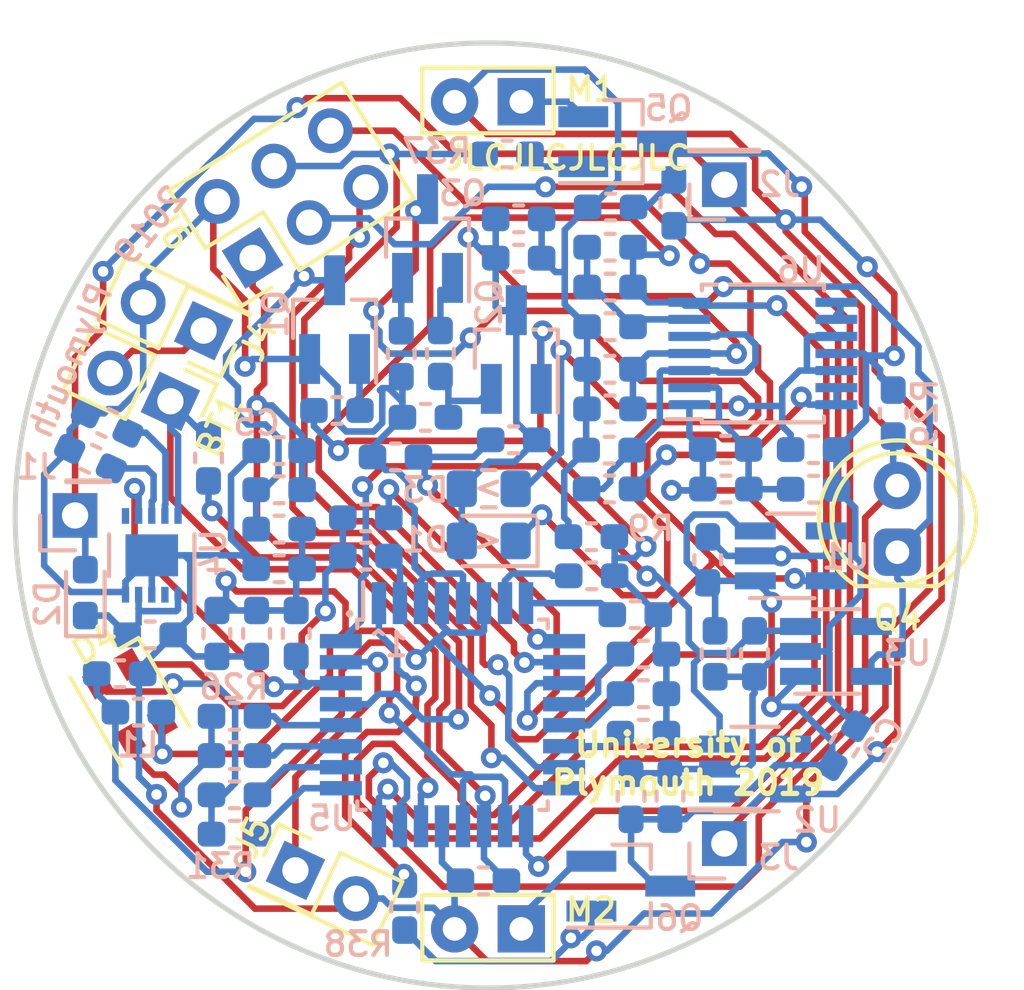
<source format=kicad_pcb>
(kicad_pcb (version 20171130) (host pcbnew "(5.1.2)-2")
  (layers (0 F.Cu signal) (31 B.Cu signal) (34 B.Paste user) (35 F.Paste user) (36 B.SilkS user) (37 F.SilkS user) (38 B.Mask user) (39 F.Mask user) (44 Edge.Cuts user))
  (net 0 "")
  (net 1 GNDREF)
  (net 2 +BATT)
  (net 3 V1)
  (net 4 RESET)
  (net 5 "Net-(C6-Pad1)")
  (net 6 V3)
  (net 7 "Net-(C11-Pad1)")
  (net 8 "Net-(C13-Pad1)")
  (net 9 "Net-(C13-Pad2)")
  (net 10 "Net-(C15-Pad2)")
  (net 11 AMP1_OUT)
  (net 12 AMP2_OUT)
  (net 13 "Net-(C16-Pad2)")
  (net 14 V2)
  (net 15 "Net-(D1-Pad1)")
  (net 16 "Net-(D2-Pad2)")
  (net 17 "Net-(D3-Pad2)")
  (net 18 "Net-(D4-Pad1)")
  (net 19 "Net-(D4-Pad3)")
  (net 20 "Net-(D4-Pad2)")
  (net 21 DEBUG)
  (net 22 SCK)
  (net 23 MOSI)
  (net 24 MISO)
  (net 25 "Net-(M1-Pad1)")
  (net 26 "Net-(M2-Pad1)")
  (net 27 "Net-(Q1-Pad3)")
  (net 28 "Net-(Q1-Pad1)")
  (net 29 "Net-(Q2-Pad1)")
  (net 30 "Net-(Q3-Pad1)")
  (net 31 "Net-(Q3-Pad2)")
  (net 32 "Net-(Q5-Pad1)")
  (net 33 "Net-(Q6-Pad1)")
  (net 34 PB0)
  (net 35 PB1)
  (net 36 PB2)
  (net 37 PB6)
  (net 38 PB7)
  (net 39 CE)
  (net 40 BATT)
  (net 41 PD7)
  (net 42 "Net-(R19-Pad2)")
  (net 43 CHARGE)
  (net 44 "Net-(R21-Pad2)")
  (net 45 BLU_LO)
  (net 46 GRN_LO)
  (net 47 RED_LO)
  (net 48 BLU_HI)
  (net 49 GRN_HI)
  (net 50 RED_HI)
  (net 51 PD3)
  (net 52 "Net-(U6-Pad8)")
  (net 53 TX)
  (net 54 LIGHT)
  (net 55 "Net-(BT1-Pad2)")
  (net 56 "Net-(U1-Pad4)")
  (net 57 "Net-(U2-Pad4)")
  (net 58 "Net-(U3-Pad4)")
  (net 59 "Net-(U4-Pad6)")
  (net 60 "Net-(U4-Pad2)")
  (module Connector_PinHeader_2.54mm:PinHeader_1x01_P2.54mm_Vertical (layer B.Cu) (at 84.28 100)
    (fp_text reference J1 (at -1.46 -1.85) (layer B.SilkS) (effects (font (size 0.9 0.9) (thickness 0.16)) (justify mirror)))
    (fp_text value "Leg 1" hide)
    (pad 1 thru_hole rect (at 0 0) (size 1.7 1.7) (drill 1) (layers *.Cu *.Mask) (net 16 "Net-(D2-Pad2)"))
  )
  (module Resistor_SMD:R_0603_1608Metric_Pad1.05x0.95mm_HandSolder (layer B.Cu) (at 96.83 114.92 270)
    (fp_text reference R38 (at 1.41 1.77) (layer B.SilkS) (effects (font (size 0.9 0.9) (thickness 0.16)) (justify mirror)))
    (fp_text value 200 hide)
    (pad 2 smd roundrect (at 0.875 0 270) (size 1.05 0.95) (layers B.Cu B.Paste B.Mask) (net 33 "Net-(Q6-Pad1)"))
    (pad 1 smd roundrect (at -0.875 0 270) (size 1.05 0.95) (layers B.Cu B.Paste B.Mask) (net 51 PD3))
  )
  (module Connector_PinHeader_2.54mm:PinHeader_2x01_P2.54mm_Vertical (layer F.Cu) (at 92.67 113.52 335)
    (fp_text reference J5 (at -2.025274 -0.447288 245) (layer F.SilkS) (effects (font (size 0.9 0.9) (thickness 0.16))))
    (fp_text value Debug)
    (pad 2 thru_hole oval (at 2.54 0 335) (size 1.7 1.7) (drill 1) (layers *.Cu *.Mask) (net 1 GNDREF))
    (pad 1 thru_hole rect (at 0 0 335) (size 1.7 1.7) (drill 1) (layers *.Cu *.Mask) (net 21 DEBUG))
  )
  (module Kilobot:TSSOP-14_4.4x5mm_P0.65mm_altered (layer B.Cu) (at 110.47 93.83)
    (fp_text reference U6 (at 1.44 -3.18) (layer B.SilkS) (effects (font (size 0.9 0.9) (thickness 0.16)) (justify mirror)))
    (fp_text value OPA4376AIPWR hide)
    (pad 14 smd rect (at 2.8 1.95) (size 1.6 0.35) (layers B.Cu B.Paste B.Mask) (net 9 "Net-(C13-Pad2)"))
    (pad 13 smd rect (at 2.8 1.3) (size 1.6 0.35) (layers B.Cu B.Paste B.Mask) (net 9 "Net-(C13-Pad2)"))
    (pad 12 smd rect (at 2.8 0.65) (size 1.6 0.35) (layers B.Cu B.Paste B.Mask) (net 17 "Net-(D3-Pad2)"))
    (pad 11 smd rect (at 2.8 0) (size 1.6 0.35) (layers B.Cu B.Paste B.Mask) (net 1 GNDREF))
    (pad 10 smd rect (at 2.8 -0.65) (size 1.6 0.35) (layers B.Cu B.Paste B.Mask) (net 17 "Net-(D3-Pad2)"))
    (pad 9 smd rect (at 2.8 -1.3) (size 1.6 0.35) (layers B.Cu B.Paste B.Mask) (net 52 "Net-(U6-Pad8)"))
    (pad 7 smd rect (at -2.8 -1.95) (size 1.6 0.35) (layers B.Cu B.Paste B.Mask) (net 12 AMP2_OUT))
    (pad 6 smd rect (at -2.8 -1.3) (size 1.6 0.35) (layers B.Cu B.Paste B.Mask) (net 13 "Net-(C16-Pad2)"))
    (pad 5 smd rect (at -2.8 -0.65) (size 1.6 0.35) (layers B.Cu B.Paste B.Mask) (net 8 "Net-(C13-Pad1)"))
    (pad 4 smd rect (at -2.8 0) (size 1.6 0.35) (layers B.Cu B.Paste B.Mask) (net 6 V3))
    (pad 3 smd rect (at -2.8 0.65) (size 1.6 0.35) (layers B.Cu B.Paste B.Mask) (net 8 "Net-(C13-Pad1)"))
    (pad 2 smd rect (at -2.8 1.3) (size 1.6 0.35) (layers B.Cu B.Paste B.Mask) (net 10 "Net-(C15-Pad2)"))
    (pad 8 smd rect (at 2.8 -1.95) (size 1.6 0.35) (layers B.Cu B.Paste B.Mask) (net 52 "Net-(U6-Pad8)"))
    (pad 1 smd roundrect (at -2.8 1.95) (size 1.6 0.35) (layers B.Cu B.Paste B.Mask) (net 11 AMP1_OUT))
  )
  (module Capacitor_SMD:C_0603_1608Metric_Pad1.05x0.95mm_HandSolder (layer B.Cu) (at 108.65 105.27 90)
    (fp_text reference C3 hide)
    (fp_text value 2.2u hide)
    (pad 1 smd roundrect (at -0.875 0 90) (size 1.05 0.95) (layers B.Cu B.Paste B.Mask) (net 1 GNDREF))
    (pad 2 smd roundrect (at 0.875 0 90) (size 1.05 0.95) (layers B.Cu B.Paste B.Mask) (net 2 +BATT))
  )
  (module Resistor_SMD:R_0603_1608Metric_Pad1.05x0.95mm_HandSolder (layer B.Cu) (at 96.48 97.77)
    (fp_text reference R18 hide)
    (fp_text value 1.47k hide)
    (pad 2 smd roundrect (at 0.875 0) (size 1.05 0.95) (layers B.Cu B.Paste B.Mask) (net 41 PD7))
    (pad 1 smd roundrect (at -0.875 0) (size 1.05 0.95) (layers B.Cu B.Paste B.Mask) (net 1 GNDREF))
  )
  (module Resistor_SMD:R_0603_1608Metric_Pad1.05x0.95mm_HandSolder (layer B.Cu) (at 100.98 97.12)
    (fp_text reference R17 hide)
    (fp_text value 20k hide)
    (pad 1 smd roundrect (at -0.875 0) (size 1.05 0.95) (layers B.Cu B.Paste B.Mask) (net 41 PD7))
    (pad 2 smd roundrect (at 0.875 0) (size 1.05 0.95) (layers B.Cu B.Paste B.Mask) (net 6 V3))
  )
  (module Package_TO_SOT_SMD:SOT-23-5_HandSoldering (layer B.Cu) (at 113.25 105.18)
    (fp_text reference U3 (at 2.72 0.06 180) (layer B.SilkS) (effects (font (size 0.9 0.9) (thickness 0.16)) (justify mirror)))
    (fp_text value XC6210B302MR-G hide)
    (pad 5 smd rect (at 1.35 0.95) (size 1.56 0.65) (layers B.Cu B.Paste B.Mask) (net 6 V3))
    (pad 4 smd rect (at 1.35 -0.95) (size 1.56 0.65) (layers B.Cu B.Paste B.Mask) (net 58 "Net-(U3-Pad4)"))
    (pad 3 smd rect (at -1.35 -0.95) (size 1.56 0.65) (layers B.Cu B.Paste B.Mask) (net 39 CE))
    (pad 2 smd rect (at -1.35 0) (size 1.56 0.65) (layers B.Cu B.Paste B.Mask) (net 1 GNDREF))
    (pad 1 smd rect (at -1.35 0.95) (size 1.56 0.65) (layers B.Cu B.Paste B.Mask) (net 2 +BATT))
  )
  (module Connector_PinHeader_2.54mm:PinHeader_1x02_P2.54mm_Vertical (layer F.Cu) (at 87.91 95.65 245)
    (fp_text reference BT1 (at 0.039892 -2.11502 65) (layer F.SilkS) (effects (font (size 0.9 0.9) (thickness 0.16))))
    (fp_text value 3.3)
    (pad 2 thru_hole oval (at 0 2.54 245) (size 1.7 1.7) (drill 1) (layers *.Cu *.Mask) (net 55 "Net-(BT1-Pad2)"))
    (pad 1 thru_hole rect (at 0 0 245) (size 1.7 1.7) (drill 1) (layers *.Cu *.Mask) (net 2 +BATT))
  )
  (module Capacitor_SMD:C_0603_1608Metric_Pad1.05x0.95mm_HandSolder (layer B.Cu) (at 108.37 101.69 270)
    (fp_text reference C1 hide)
    (fp_text value 2.2u hide)
    (pad 1 smd roundrect (at -0.875 0 270) (size 1.05 0.95) (layers B.Cu B.Paste B.Mask) (net 1 GNDREF))
    (pad 2 smd roundrect (at 0.875 0 270) (size 1.05 0.95) (layers B.Cu B.Paste B.Mask) (net 2 +BATT))
  )
  (module Capacitor_SMD:C_0603_1608Metric_Pad1.05x0.95mm_HandSolder (layer B.Cu) (at 113.57 108.77 238)
    (fp_text reference C2 (at -0.986749 -1.16397 238) (layer B.SilkS) (effects (font (size 0.9 0.9) (thickness 0.16)) (justify mirror)))
    (fp_text value 2.2u hide)
    (pad 2 smd roundrect (at 0.875 0 238) (size 1.05 0.95) (layers B.Cu B.Paste B.Mask) (net 2 +BATT))
    (pad 1 smd roundrect (at -0.875 0 238) (size 1.05 0.95) (layers B.Cu B.Paste B.Mask) (net 1 GNDREF))
  )
  (module Capacitor_SMD:C_0603_1608Metric_Pad1.05x0.95mm_HandSolder (layer B.Cu) (at 92.05 102.03)
    (fp_text reference C4 hide)
    (fp_text value 2.2u hide)
    (pad 1 smd roundrect (at -0.875 0) (size 1.05 0.95) (layers B.Cu B.Paste B.Mask) (net 1 GNDREF))
    (pad 2 smd roundrect (at 0.875 0) (size 1.05 0.95) (layers B.Cu B.Paste B.Mask) (net 3 V1))
  )
  (module Capacitor_SMD:C_0603_1608Metric_Pad1.05x0.95mm_HandSolder (layer B.Cu) (at 92.05 97.53)
    (fp_text reference C5 (at -0.86 -1.05) (layer B.SilkS) (effects (font (size 0.9 0.9) (thickness 0.16)) (justify mirror)))
    (fp_text value 0.01u hide)
    (pad 2 smd roundrect (at 0.875 0) (size 1.05 0.95) (layers B.Cu B.Paste B.Mask) (net 4 RESET))
    (pad 1 smd roundrect (at -0.875 0) (size 1.05 0.95) (layers B.Cu B.Paste B.Mask) (net 1 GNDREF))
  )
  (module Capacitor_SMD:C_0603_1608Metric_Pad1.05x0.95mm_HandSolder (layer B.Cu) (at 87.14 104.55)
    (fp_text reference C6 hide)
    (fp_text value 2.2u hide)
    (pad 1 smd roundrect (at -0.875 0) (size 1.05 0.95) (layers B.Cu B.Paste B.Mask) (net 5 "Net-(C6-Pad1)"))
    (pad 2 smd roundrect (at 0.875 0) (size 1.05 0.95) (layers B.Cu B.Paste B.Mask) (net 1 GNDREF))
  )
  (module Capacitor_SMD:C_0603_1608Metric_Pad1.05x0.95mm_HandSolder (layer B.Cu) (at 101.17 88.7 180)
    (fp_text reference C7 hide)
    (fp_text value 2.2u hide)
    (pad 2 smd roundrect (at 0.875 0 180) (size 1.05 0.95) (layers B.Cu B.Paste B.Mask) (net 6 V3))
    (pad 1 smd roundrect (at -0.875 0 180) (size 1.05 0.95) (layers B.Cu B.Paste B.Mask) (net 1 GNDREF))
  )
  (module Capacitor_SMD:C_0603_1608Metric_Pad1.05x0.95mm_HandSolder (layer B.Cu) (at 101.17 90.2 180)
    (fp_text reference C8 hide)
    (fp_text value 0.01u hide)
    (pad 1 smd roundrect (at -0.875 0 180) (size 1.05 0.95) (layers B.Cu B.Paste B.Mask) (net 1 GNDREF))
    (pad 2 smd roundrect (at 0.875 0 180) (size 1.05 0.95) (layers B.Cu B.Paste B.Mask) (net 6 V3))
  )
  (module Capacitor_SMD:C_0603_1608Metric_Pad1.05x0.95mm_HandSolder (layer B.Cu) (at 89.68 104.495 270)
    (fp_text reference C9 hide)
    (fp_text value 2.2u hide)
    (pad 1 smd roundrect (at -0.875 0 270) (size 1.05 0.95) (layers B.Cu B.Paste B.Mask) (net 3 V1))
    (pad 2 smd roundrect (at 0.875 0 270) (size 1.05 0.95) (layers B.Cu B.Paste B.Mask) (net 1 GNDREF))
  )
  (module Capacitor_SMD:C_0603_1608Metric_Pad1.05x0.95mm_HandSolder (layer B.Cu) (at 91.19 104.495 270)
    (fp_text reference C10 hide)
    (fp_text value 0.01u hide)
    (pad 2 smd roundrect (at 0.875 0 270) (size 1.05 0.95) (layers B.Cu B.Paste B.Mask) (net 1 GNDREF))
    (pad 1 smd roundrect (at -0.875 0 270) (size 1.05 0.95) (layers B.Cu B.Paste B.Mask) (net 3 V1))
  )
  (module Capacitor_SMD:C_0603_1608Metric_Pad1.05x0.95mm_HandSolder (layer B.Cu) (at 85.98 106.03)
    (fp_text reference C11 hide)
    (fp_text value 0.1u hide)
    (pad 2 smd roundrect (at 0.875 0) (size 1.05 0.95) (layers B.Cu B.Paste B.Mask) (net 1 GNDREF))
    (pad 1 smd roundrect (at -0.875 0) (size 1.05 0.95) (layers B.Cu B.Paste B.Mask) (net 7 "Net-(C11-Pad1)"))
  )
  (module Capacitor_SMD:C_0603_1608Metric_Pad1.05x0.95mm_HandSolder (layer B.Cu) (at 104.645 95.94)
    (fp_text reference C12 hide)
    (fp_text value 2.2u hide)
    (pad 2 smd roundrect (at 0.875 0) (size 1.05 0.95) (layers B.Cu B.Paste B.Mask) (net 6 V3))
    (pad 1 smd roundrect (at -0.875 0) (size 1.05 0.95) (layers B.Cu B.Paste B.Mask) (net 1 GNDREF))
  )
  (module Capacitor_SMD:C_0603_1608Metric_Pad1.05x0.95mm_HandSolder (layer B.Cu) (at 104.63 98.99)
    (fp_text reference C13 hide)
    (fp_text value 1n hide)
    (pad 1 smd roundrect (at -0.875 0) (size 1.05 0.95) (layers B.Cu B.Paste B.Mask) (net 8 "Net-(C13-Pad1)"))
    (pad 2 smd roundrect (at 0.875 0) (size 1.05 0.95) (layers B.Cu B.Paste B.Mask) (net 9 "Net-(C13-Pad2)"))
  )
  (module Capacitor_SMD:C_0603_1608Metric_Pad1.05x0.95mm_HandSolder (layer B.Cu) (at 104.645 94.43)
    (fp_text reference C14 hide)
    (fp_text value 0.01u hide)
    (pad 1 smd roundrect (at -0.875 0) (size 1.05 0.95) (layers B.Cu B.Paste B.Mask) (net 1 GNDREF))
    (pad 2 smd roundrect (at 0.875 0) (size 1.05 0.95) (layers B.Cu B.Paste B.Mask) (net 6 V3))
  )
  (module Capacitor_SMD:C_0603_1608Metric_Pad1.05x0.95mm_HandSolder (layer B.Cu) (at 109.05 97.48)
    (fp_text reference C15 hide)
    (fp_text value 68p hide)
    (pad 2 smd roundrect (at 0.875 0) (size 1.05 0.95) (layers B.Cu B.Paste B.Mask) (net 10 "Net-(C15-Pad2)"))
    (pad 1 smd roundrect (at -0.875 0) (size 1.05 0.95) (layers B.Cu B.Paste B.Mask) (net 11 AMP1_OUT))
  )
  (module Capacitor_SMD:C_0603_1608Metric_Pad1.05x0.95mm_HandSolder (layer B.Cu) (at 104.65 89.78 180)
    (fp_text reference C16 hide)
    (fp_text value 68p hide)
    (pad 1 smd roundrect (at -0.875 0 180) (size 1.05 0.95) (layers B.Cu B.Paste B.Mask) (net 12 AMP2_OUT))
    (pad 2 smd roundrect (at 0.875 0 180) (size 1.05 0.95) (layers B.Cu B.Paste B.Mask) (net 13 "Net-(C16-Pad2)"))
  )
  (module Capacitor_SMD:C_0603_1608Metric_Pad1.05x0.95mm_HandSolder (layer B.Cu) (at 107.08 88.09 90)
    (fp_text reference C17 hide)
    (fp_text value 0.01u hide)
    (pad 1 smd roundrect (at -0.875 0 90) (size 1.05 0.95) (layers B.Cu B.Paste B.Mask) (net 1 GNDREF))
    (pad 2 smd roundrect (at 0.875 0 90) (size 1.05 0.95) (layers B.Cu B.Paste B.Mask) (net 14 V2))
  )
  (module Capacitor_SMD:C_0603_1608Metric_Pad1.05x0.95mm_HandSolder (layer B.Cu) (at 105.45 110.7 270)
    (fp_text reference C18 hide)
    (fp_text value 0.01u hide)
    (pad 1 smd roundrect (at -0.875 0 270) (size 1.05 0.95) (layers B.Cu B.Paste B.Mask) (net 1 GNDREF))
    (pad 2 smd roundrect (at 0.875 0 270) (size 1.05 0.95) (layers B.Cu B.Paste B.Mask) (net 14 V2))
  )
  (module Capacitor_SMD:C_0603_1608Metric_Pad1.05x0.95mm_HandSolder (layer B.Cu) (at 104.67 88.25)
    (fp_text reference C19 hide)
    (fp_text value 2.2u hide)
    (pad 1 smd roundrect (at -0.875 0) (size 1.05 0.95) (layers B.Cu B.Paste B.Mask) (net 1 GNDREF))
    (pad 2 smd roundrect (at 0.875 0) (size 1.05 0.95) (layers B.Cu B.Paste B.Mask) (net 14 V2))
  )
  (module Capacitor_SMD:C_0603_1608Metric_Pad1.05x0.95mm_HandSolder (layer B.Cu) (at 106.93 110.695 270)
    (fp_text reference C20 hide)
    (fp_text value 2.2u hide)
    (pad 2 smd roundrect (at 0.875 0 270) (size 1.05 0.95) (layers B.Cu B.Paste B.Mask) (net 14 V2))
    (pad 1 smd roundrect (at -0.875 0 270) (size 1.05 0.95) (layers B.Cu B.Paste B.Mask) (net 1 GNDREF))
  )
  (module LED_SMD:LED_0805_2012Metric_Pad1.15x1.40mm_HandSolder (layer B.Cu) (at 100.03 100.97 180)
    (fp_text reference D1 (at 2.42 0.04) (layer B.SilkS) (effects (font (size 0.9 0.9) (thickness 0.16)) (justify mirror)))
    (fp_text value IR_LED hide)
    (pad 1 smd roundrect (at -1.025 0 180) (size 1.15 1.4) (layers B.Cu B.Paste B.Mask) (roundrect_rratio 0.217391) (net 15 "Net-(D1-Pad1)"))
    (pad 2 smd roundrect (at 1.025 0 180) (size 1.15 1.4) (layers B.Cu B.Paste B.Mask) (roundrect_rratio 0.217391) (net 6 V3))
  )
  (module Diode_SMD:D_0603_1608Metric_Pad1.05x0.95mm_HandSolder (layer B.Cu) (at 84.67 102.94 90)
    (fp_text reference D2 (at -0.43 -1.44 270) (layer B.SilkS) (effects (font (size 0.9 0.9) (thickness 0.16)) (justify mirror)))
    (fp_text value D_Schottky hide)
    (pad 1 smd roundrect (at -0.875 0 90) (size 1.05 0.95) (layers B.Cu B.Paste B.Mask) (net 5 "Net-(C6-Pad1)"))
    (pad 2 smd roundrect (at 0.875 0 90) (size 1.05 0.95) (layers B.Cu B.Paste B.Mask) (net 16 "Net-(D2-Pad2)"))
  )
  (module Resistor_SMD:R_0805_2012Metric_Pad1.15x1.40mm_HandSolder (layer B.Cu) (at 100.03 98.98)
    (fp_text reference D3 (at -2.42 0.05) (layer B.SilkS) (effects (font (size 0.9 0.9) (thickness 0.16)) (justify mirror)))
    (fp_text value TEMD7100X01 hide)
    (pad 1 smd roundrect (at -1.025 0) (size 1.15 1.4) (layers B.Cu B.Paste B.Mask) (roundrect_rratio 0.217391) (net 6 V3))
    (pad 2 smd roundrect (at 1.025 0) (size 1.15 1.4) (layers B.Cu B.Paste B.Mask) (roundrect_rratio 0.217391) (net 17 "Net-(D3-Pad2)"))
  )
  (module LED_SMD:LED_Cree-PLCC4_3.2x2.8mm_CCW (layer F.Cu) (at 86.37 107.11 300)
    (fp_text reference D4 (at -2.573916 0.038154 30) (layer F.SilkS) (effects (font (size 0.9 0.9) (thickness 0.16))))
    (fp_text value LED_RGBA)
    (pad 1 smd rect (at -1.25 -0.7 300) (size 1 0.8) (layers F.Cu F.Paste F.Mask) (net 18 "Net-(D4-Pad1)"))
    (pad 4 smd rect (at 1.25 -0.7 300) (size 1 0.8) (layers F.Cu F.Paste F.Mask) (net 3 V1))
    (pad 3 smd rect (at 1.25 0.7 300) (size 1 0.8) (layers F.Cu F.Paste F.Mask) (net 19 "Net-(D4-Pad3)"))
    (pad 2 smd rect (at -1.25 0.7 300) (size 1 0.8) (layers F.Cu F.Paste F.Mask) (net 20 "Net-(D4-Pad2)"))
  )
  (module Connector_PinHeader_2.54mm:PinHeader_1x01_P2.54mm_Vertical (layer B.Cu) (at 109 87.4)
    (fp_text reference J2 (at 2.1 -0.01) (layer B.SilkS) (effects (font (size 0.9 0.9) (thickness 0.16)) (justify mirror)))
    (fp_text value "Leg 2" hide)
    (pad 1 thru_hole rect (at 0 0) (size 1.7 1.7) (drill 1) (layers *.Cu *.Mask) (net 16 "Net-(D2-Pad2)"))
  )
  (module Connector_PinHeader_2.54mm:PinHeader_1x01_P2.54mm_Vertical (layer B.Cu) (at 109 112.5)
    (fp_text reference J3 (at 2.07 0.53) (layer B.SilkS) (effects (font (size 0.9 0.9) (thickness 0.16)) (justify mirror)))
    (fp_text value "Leg 3" hide)
    (pad 1 thru_hole rect (at 0 0) (size 1.7 1.7) (drill 1) (layers *.Cu *.Mask) (net 16 "Net-(D2-Pad2)"))
  )
  (module Connector_PinHeader_2.54mm:PinHeader_2x01_P2.54mm_Vertical (layer F.Cu) (at 89.1752 92.9597 155)
    (fp_text reference J4 (at -2.037514 0.563595 65) (layer F.SilkS) (effects (font (size 0.9 0.9) (thickness 0.16))))
    (fp_text value Power)
    (pad 2 thru_hole oval (at 2.54 0 155) (size 1.7 1.7) (drill 1) (layers *.Cu *.Mask) (net 1 GNDREF))
    (pad 1 thru_hole rect (at 0 0 155) (size 1.7 1.7) (drill 1) (layers *.Cu *.Mask) (net 55 "Net-(BT1-Pad2)"))
  )
  (module Connector_PinHeader_2.54mm:PinHeader_2x03_P2.54mm_Vertical (layer F.Cu) (at 91.04 90.19 122)
    (fp_text reference J6 (at 2.563941 -2.065117 -58) (layer F.SilkS) (effects (font (size 0.9 0.9) (thickness 0.16))))
    (fp_text value Program)
    (pad 1 thru_hole rect (at 0 0 122) (size 1.7 1.7) (drill 1) (layers *.Cu *.Mask) (net 4 RESET))
    (pad 2 thru_hole oval (at 2.54 0 122) (size 1.7 1.7) (drill 1) (layers *.Cu *.Mask) (net 1 GNDREF))
    (pad 3 thru_hole oval (at 0 2.54 122) (size 1.7 1.7) (drill 1) (layers *.Cu *.Mask) (net 22 SCK))
    (pad 4 thru_hole oval (at 2.54 2.54 122) (size 1.7 1.7) (drill 1) (layers *.Cu *.Mask) (net 23 MOSI))
    (pad 5 thru_hole oval (at 0 5.08 122) (size 1.7 1.7) (drill 1) (layers *.Cu *.Mask) (net 24 MISO))
    (pad 6 thru_hole oval (at 2.54 5.08 122) (size 1.7 1.7) (drill 1) (layers *.Cu *.Mask) (net 3 V1))
  )
  (module Inductor_SMD:L_0603_1608Metric_Pad1.05x0.95mm_HandSolder (layer B.Cu) (at 86.69 107.49 180)
    (fp_text reference L1 (at 0.03 -1.25) (layer B.SilkS) (effects (font (size 0.9 0.9) (thickness 0.16)) (justify mirror)))
    (fp_text value 10u hide)
    (pad 1 smd roundrect (at -0.875 0 180) (size 1.05 0.95) (layers B.Cu B.Paste B.Mask) (net 3 V1))
    (pad 2 smd roundrect (at 0.875 0 180) (size 1.05 0.95) (layers B.Cu B.Paste B.Mask) (net 7 "Net-(C11-Pad1)"))
  )
  (module Package_TO_SOT_SMD:SOT-23_Handsoldering (layer B.Cu) (at 94.16 92.54 90)
    (fp_text reference Q1 (at 0.22 -2.24 90) (layer B.SilkS) (effects (font (size 0.9 0.9) (thickness 0.16)) (justify mirror)))
    (fp_text value MMBT6428 hide)
    (pad 3 smd rect (at 1.5 0 90) (size 1.9 0.8) (layers B.Cu B.Paste B.Mask) (net 27 "Net-(Q1-Pad3)"))
    (pad 2 smd rect (at -1.5 -0.95 90) (size 1.9 0.8) (layers B.Cu B.Paste B.Mask) (net 1 GNDREF))
    (pad 1 smd rect (at -1.5 0.95 90) (size 1.9 0.8) (layers B.Cu B.Paste B.Mask) (net 28 "Net-(Q1-Pad1)"))
  )
  (module Kilobot:SOT-23_Handsoldering__pins_changed (layer B.Cu) (at 101.08 93.68 90)
    (fp_text reference Q2 (at 1.8 -1.03 90) (layer B.SilkS) (effects (font (size 0.9 0.9) (thickness 0.16)) (justify mirror)))
    (fp_text value 2SD2114KT146W hide)
    (pad 2 smd rect (at -1.5 0.95 90) (size 1.9 0.8) (layers B.Cu B.Paste B.Mask) (net 53 TX))
    (pad 1 smd rect (at -1.5 -0.95 90) (size 1.9 0.8) (layers B.Cu B.Paste B.Mask) (net 29 "Net-(Q2-Pad1)"))
    (pad 3 smd rect (at 1.5 0 90) (size 1.9 0.8) (layers B.Cu B.Paste B.Mask) (net 6 V3))
  )
  (module Kilobot:SOT-23_Handsoldering__pins_changed (layer B.Cu) (at 97.7 89.45 90)
    (fp_text reference Q3 (at 1.72 1.34 180) (layer B.SilkS) (effects (font (size 0.9 0.9) (thickness 0.16)) (justify mirror)))
    (fp_text value 2SD2114KT146W hide)
    (pad 3 smd rect (at 1.5 0 90) (size 1.9 0.8) (layers B.Cu B.Paste B.Mask) (net 15 "Net-(D1-Pad1)"))
    (pad 1 smd rect (at -1.5 -0.95 90) (size 1.9 0.8) (layers B.Cu B.Paste B.Mask) (net 30 "Net-(Q3-Pad1)"))
    (pad 2 smd rect (at -1.5 0.95 90) (size 1.9 0.8) (layers B.Cu B.Paste B.Mask) (net 31 "Net-(Q3-Pad2)"))
  )
  (module LED_THT:LED_D5.0mm_Clear (layer F.Cu) (at 115.59 101.4 90)
    (fp_text reference Q4 (at -2.5 0.01 180) (layer F.SilkS) (effects (font (size 0.9 0.9) (thickness 0.16))))
    (fp_text value TEPT5700)
    (pad 1 thru_hole roundrect (at 0 0 90) (size 1.8 1.8) (drill 0.9) (layers *.Cu *.Mask) (net 6 V3))
    (pad 2 thru_hole circle (at 2.54 0 90) (size 1.8 1.8) (drill 0.9) (layers *.Cu *.Mask) (net 54 LIGHT))
  )
  (module Package_TO_SOT_SMD:SOT-23_Handsoldering (layer B.Cu) (at 105.13 85.76)
    (fp_text reference Q5 (at 1.75 -1.27) (layer B.SilkS) (effects (font (size 0.9 0.9) (thickness 0.16)) (justify mirror)))
    (fp_text value MMBT6428 hide)
    (pad 1 smd rect (at -1.5 0.95) (size 1.9 0.8) (layers B.Cu B.Paste B.Mask) (net 32 "Net-(Q5-Pad1)"))
    (pad 2 smd rect (at -1.5 -0.95) (size 1.9 0.8) (layers B.Cu B.Paste B.Mask) (net 25 "Net-(M1-Pad1)"))
    (pad 3 smd rect (at 1.5 0) (size 1.9 0.8) (layers B.Cu B.Paste B.Mask) (net 14 V2))
  )
  (module Package_TO_SOT_SMD:SOT-23_Handsoldering (layer B.Cu) (at 105.44 114.12)
    (fp_text reference Q6 (at 1.85 1.22) (layer B.SilkS) (effects (font (size 0.9 0.9) (thickness 0.16)) (justify mirror)))
    (fp_text value MMBT6428 hide)
    (pad 1 smd rect (at -1.5 0.95) (size 1.9 0.8) (layers B.Cu B.Paste B.Mask) (net 33 "Net-(Q6-Pad1)"))
    (pad 2 smd rect (at -1.5 -0.95) (size 1.9 0.8) (layers B.Cu B.Paste B.Mask) (net 26 "Net-(M2-Pad1)"))
    (pad 3 smd rect (at 1.5 0) (size 1.9 0.8) (layers B.Cu B.Paste B.Mask) (net 14 V2))
  )
  (module Resistor_SMD:R_0603_1608Metric_Pad1.05x0.95mm_HandSolder (layer B.Cu) (at 105.92 105.28 180)
    (fp_text reference R1 hide)
    (fp_text value 154 hide)
    (pad 1 smd roundrect (at -0.875 0 180) (size 1.05 0.95) (layers B.Cu B.Paste B.Mask) (net 53 TX))
    (pad 2 smd roundrect (at 0.875 0 180) (size 1.05 0.95) (layers B.Cu B.Paste B.Mask) (net 34 PB0))
  )
  (module Resistor_SMD:R_0603_1608Metric_Pad1.05x0.95mm_HandSolder (layer B.Cu) (at 105.92 106.79 180)
    (fp_text reference R2 hide)
    (fp_text value 1.18k hide)
    (pad 2 smd roundrect (at 0.875 0 180) (size 1.05 0.95) (layers B.Cu B.Paste B.Mask) (net 35 PB1))
    (pad 1 smd roundrect (at -0.875 0 180) (size 1.05 0.95) (layers B.Cu B.Paste B.Mask) (net 53 TX))
  )
  (module Resistor_SMD:R_0603_1608Metric_Pad1.05x0.95mm_HandSolder (layer B.Cu) (at 105.92 108.295 180)
    (fp_text reference R3 hide)
    (fp_text value 2.37k hide)
    (pad 1 smd roundrect (at -0.875 0 180) (size 1.05 0.95) (layers B.Cu B.Paste B.Mask) (net 53 TX))
    (pad 2 smd roundrect (at 0.875 0 180) (size 1.05 0.95) (layers B.Cu B.Paste B.Mask) (net 36 PB2))
  )
  (module Resistor_SMD:R_0603_1608Metric_Pad1.05x0.95mm_HandSolder (layer B.Cu) (at 103.95 102.3 180)
    (fp_text reference R4 hide)
    (fp_text value 4.87k hide)
    (pad 1 smd roundrect (at -0.875 0 180) (size 1.05 0.95) (layers B.Cu B.Paste B.Mask) (net 53 TX))
    (pad 2 smd roundrect (at 0.875 0 180) (size 1.05 0.95) (layers B.Cu B.Paste B.Mask) (net 37 PB6))
  )
  (module Resistor_SMD:R_0603_1608Metric_Pad1.05x0.95mm_HandSolder (layer B.Cu) (at 105.61 103.78 180)
    (fp_text reference R5 hide)
    (fp_text value 9.76k hide)
    (pad 2 smd roundrect (at 0.875 0 180) (size 1.05 0.95) (layers B.Cu B.Paste B.Mask) (net 38 PB7))
    (pad 1 smd roundrect (at -0.875 0 180) (size 1.05 0.95) (layers B.Cu B.Paste B.Mask) (net 53 TX))
  )
  (module Resistor_SMD:R_0603_1608Metric_Pad1.05x0.95mm_HandSolder (layer B.Cu) (at 110.15 105.27 90)
    (fp_text reference R6 hide)
    (fp_text value 10k hide)
    (pad 2 smd roundrect (at 0.875 0 90) (size 1.05 0.95) (layers B.Cu B.Paste B.Mask) (net 39 CE))
    (pad 1 smd roundrect (at -0.875 0 90) (size 1.05 0.95) (layers B.Cu B.Paste B.Mask) (net 1 GNDREF))
  )
  (module Resistor_SMD:R_0603_1608Metric_Pad1.05x0.95mm_HandSolder (layer B.Cu) (at 94.25 96 180)
    (fp_text reference R8 hide)
    (fp_text value 4.99k hide)
    (pad 1 smd roundrect (at -0.875 0 180) (size 1.05 0.95) (layers B.Cu B.Paste B.Mask) (net 28 "Net-(Q1-Pad1)"))
    (pad 2 smd roundrect (at 0.875 0 180) (size 1.05 0.95) (layers B.Cu B.Paste B.Mask) (net 53 TX))
  )
  (module Resistor_SMD:R_0603_1608Metric_Pad1.05x0.95mm_HandSolder (layer B.Cu) (at 103.94 100.81 180)
    (fp_text reference R9 (at -2.25 0.31) (layer B.SilkS) (effects (font (size 0.9 0.9) (thickness 0.16)) (justify mirror)))
    (fp_text value 301 hide)
    (pad 2 smd roundrect (at 0.875 0 180) (size 1.05 0.95) (layers B.Cu B.Paste B.Mask) (net 1 GNDREF))
    (pad 1 smd roundrect (at -0.875 0 180) (size 1.05 0.95) (layers B.Cu B.Paste B.Mask) (net 53 TX))
  )
  (module Resistor_SMD:R_0603_1608Metric_Pad1.05x0.95mm_HandSolder (layer B.Cu) (at 92.05 100.52 180)
    (fp_text reference R10 hide)
    (fp_text value 11k hide)
    (pad 1 smd roundrect (at -0.875 0 180) (size 1.05 0.95) (layers B.Cu B.Paste B.Mask) (net 3 V1))
    (pad 2 smd roundrect (at 0.875 0 180) (size 1.05 0.95) (layers B.Cu B.Paste B.Mask) (net 27 "Net-(Q1-Pad3)"))
  )
  (module Resistor_SMD:R_0603_1608Metric_Pad1.05x0.95mm_HandSolder (layer B.Cu) (at 97.62 96.26 180)
    (fp_text reference R11 hide)
    (fp_text value 806 hide)
    (pad 2 smd roundrect (at 0.875 0 180) (size 1.05 0.95) (layers B.Cu B.Paste B.Mask) (net 1 GNDREF))
    (pad 1 smd roundrect (at -0.875 0 180) (size 1.05 0.95) (layers B.Cu B.Paste B.Mask) (net 29 "Net-(Q2-Pad1)"))
  )
  (module Resistor_SMD:R_0603_1608Metric_Pad1.05x0.95mm_HandSolder (layer B.Cu) (at 92.05 99.02 180)
    (fp_text reference R12 hide)
    (fp_text value 1.62k hide)
    (pad 2 smd roundrect (at 0.875 0 180) (size 1.05 0.95) (layers B.Cu B.Paste B.Mask) (net 27 "Net-(Q1-Pad3)"))
    (pad 1 smd roundrect (at -0.875 0 180) (size 1.05 0.95) (layers B.Cu B.Paste B.Mask) (net 4 RESET))
  )
  (module Resistor_SMD:R_0603_1608Metric_Pad1.05x0.95mm_HandSolder (layer B.Cu) (at 98.19 93.83 90)
    (fp_text reference R13 hide)
    (fp_text value 10 hide)
    (pad 1 smd roundrect (at -0.875 0 90) (size 1.05 0.95) (layers B.Cu B.Paste B.Mask) (net 29 "Net-(Q2-Pad1)"))
    (pad 2 smd roundrect (at 0.875 0 90) (size 1.05 0.95) (layers B.Cu B.Paste B.Mask) (net 31 "Net-(Q3-Pad2)"))
  )
  (module Resistor_SMD:R_0603_1608Metric_Pad1.05x0.95mm_HandSolder (layer B.Cu) (at 96.7 93.84 270)
    (fp_text reference R14 hide)
    (fp_text value 0.82 hide)
    (pad 2 smd roundrect (at 0.875 0 270) (size 1.05 0.95) (layers B.Cu B.Paste B.Mask) (net 1 GNDREF))
    (pad 1 smd roundrect (at -0.875 0 270) (size 1.05 0.95) (layers B.Cu B.Paste B.Mask) (net 30 "Net-(Q3-Pad1)"))
  )
  (module Resistor_SMD:R_0603_1608Metric_Pad1.05x0.95mm_HandSolder (layer B.Cu) (at 89.36 97.81 90)
    (fp_text reference R15 hide)
    (fp_text value 2M hide)
    (pad 2 smd roundrect (at 0.875 0 90) (size 1.05 0.95) (layers B.Cu B.Paste B.Mask) (net 2 +BATT))
    (pad 1 smd roundrect (at -0.875 0 90) (size 1.05 0.95) (layers B.Cu B.Paste B.Mask) (net 40 BATT))
  )
  (module Resistor_SMD:R_0603_1608Metric_Pad1.05x0.95mm_HandSolder (layer B.Cu) (at 99.83 113.92)
    (fp_text reference R16 hide)
    (fp_text value 2M hide)
    (pad 1 smd roundrect (at -0.875 0) (size 1.05 0.95) (layers B.Cu B.Paste B.Mask) (net 1 GNDREF))
    (pad 2 smd roundrect (at 0.875 0) (size 1.05 0.95) (layers B.Cu B.Paste B.Mask) (net 40 BATT))
  )
  (module Resistor_SMD:R_0603_1608Metric_Pad1.05x0.95mm_HandSolder (layer B.Cu) (at 84.8679 97.8377 335)
    (fp_text reference R19 hide)
    (fp_text value 25.5k hide)
    (pad 1 smd roundrect (at -0.875 0 335) (size 1.05 0.95) (layers B.Cu B.Paste B.Mask) (net 1 GNDREF))
    (pad 2 smd roundrect (at 0.875 0 335) (size 1.05 0.95) (layers B.Cu B.Paste B.Mask) (net 42 "Net-(R19-Pad2)"))
  )
  (module Resistor_SMD:R_0603_1608Metric_Pad1.05x0.95mm_HandSolder (layer B.Cu) (at 92.7 104.495 270)
    (fp_text reference R20 hide)
    (fp_text value 10k hide)
    (pad 1 smd roundrect (at -0.875 0 270) (size 1.05 0.95) (layers B.Cu B.Paste B.Mask) (net 3 V1))
    (pad 2 smd roundrect (at 0.875 0 270) (size 1.05 0.95) (layers B.Cu B.Paste B.Mask) (net 43 CHARGE))
  )
  (module Resistor_SMD:R_0603_1608Metric_Pad1.05x0.95mm_HandSolder (layer B.Cu) (at 85.5018 96.4782 335)
    (fp_text reference R21 hide)
    (fp_text value 10k hide)
    (pad 2 smd roundrect (at 0.875 0 335) (size 1.05 0.95) (layers B.Cu B.Paste B.Mask) (net 44 "Net-(R21-Pad2)"))
    (pad 1 smd roundrect (at -0.875 0 335) (size 1.05 0.95) (layers B.Cu B.Paste B.Mask) (net 1 GNDREF))
  )
  (module Resistor_SMD:R_0603_1608Metric_Pad1.05x0.95mm_HandSolder (layer B.Cu) (at 112.4 97.49)
    (fp_text reference R24 hide)
    (fp_text value 549k hide)
    (pad 1 smd roundrect (at -0.875 0) (size 1.05 0.95) (layers B.Cu B.Paste B.Mask) (net 17 "Net-(D3-Pad2)"))
    (pad 2 smd roundrect (at 0.875 0) (size 1.05 0.95) (layers B.Cu B.Paste B.Mask) (net 1 GNDREF))
  )
  (module Resistor_SMD:R_0603_1608Metric_Pad1.05x0.95mm_HandSolder (layer B.Cu) (at 104.615 97.51 180)
    (fp_text reference R25 hide)
    (fp_text value 5.62k hide)
    (pad 1 smd roundrect (at -0.875 0 180) (size 1.05 0.95) (layers B.Cu B.Paste B.Mask) (net 8 "Net-(C13-Pad1)"))
    (pad 2 smd roundrect (at 0.875 0 180) (size 1.05 0.95) (layers B.Cu B.Paste B.Mask) (net 1 GNDREF))
  )
  (module Resistor_SMD:R_0603_1608Metric_Pad1.05x0.95mm_HandSolder (layer B.Cu) (at 90.35 107.65 180)
    (fp_text reference R26 (at 0.02 1.11 180) (layer B.SilkS) (effects (font (size 0.9 0.9) (thickness 0.16)) (justify mirror)))
    (fp_text value 1.6k hide)
    (pad 2 smd roundrect (at 0.875 0 180) (size 1.05 0.95) (layers B.Cu B.Paste B.Mask) (net 19 "Net-(D4-Pad3)"))
    (pad 1 smd roundrect (at -0.875 0 180) (size 1.05 0.95) (layers B.Cu B.Paste B.Mask) (net 45 BLU_LO))
  )
  (module Resistor_SMD:R_0603_1608Metric_Pad1.05x0.95mm_HandSolder (layer B.Cu) (at 90.35 110.643 180)
    (fp_text reference R27 hide)
    (fp_text value 1.6k hide)
    (pad 2 smd roundrect (at 0.875 0 180) (size 1.05 0.95) (layers B.Cu B.Paste B.Mask) (net 20 "Net-(D4-Pad2)"))
    (pad 1 smd roundrect (at -0.875 0 180) (size 1.05 0.95) (layers B.Cu B.Paste B.Mask) (net 46 GRN_LO))
  )
  (module Resistor_SMD:R_0603_1608Metric_Pad1.05x0.95mm_HandSolder (layer B.Cu) (at 95.35 100.09 180)
    (fp_text reference R28 hide)
    (fp_text value 1.6k hide)
    (pad 2 smd roundrect (at 0.875 0 180) (size 1.05 0.95) (layers B.Cu B.Paste B.Mask) (net 18 "Net-(D4-Pad1)"))
    (pad 1 smd roundrect (at -0.875 0 180) (size 1.05 0.95) (layers B.Cu B.Paste B.Mask) (net 47 RED_LO))
  )
  (module Resistor_SMD:R_0603_1608Metric_Pad1.05x0.95mm_HandSolder (layer B.Cu) (at 115.43 96.1 90)
    (fp_text reference R29 (at 0 1.21 90) (layer B.SilkS) (effects (font (size 0.9 0.9) (thickness 0.16)) (justify mirror)))
    (fp_text value 604k hide)
    (pad 1 smd roundrect (at -0.875 0 90) (size 1.05 0.95) (layers B.Cu B.Paste B.Mask) (net 54 LIGHT))
    (pad 2 smd roundrect (at 0.875 0 90) (size 1.05 0.95) (layers B.Cu B.Paste B.Mask) (net 1 GNDREF))
  )
  (module Resistor_SMD:R_0603_1608Metric_Pad1.05x0.95mm_HandSolder (layer B.Cu) (at 90.35 109.147 180)
    (fp_text reference R30 hide)
    (fp_text value 820 hide)
    (pad 1 smd roundrect (at -0.875 0 180) (size 1.05 0.95) (layers B.Cu B.Paste B.Mask) (net 48 BLU_HI))
    (pad 2 smd roundrect (at 0.875 0 180) (size 1.05 0.95) (layers B.Cu B.Paste B.Mask) (net 19 "Net-(D4-Pad3)"))
  )
  (module Resistor_SMD:R_0603_1608Metric_Pad1.05x0.95mm_HandSolder (layer B.Cu) (at 90.35 112.14 180)
    (fp_text reference R31 (at 0.53 -1.22 180) (layer B.SilkS) (effects (font (size 0.9 0.9) (thickness 0.16)) (justify mirror)))
    (fp_text value 820 hide)
    (pad 1 smd roundrect (at -0.875 0 180) (size 1.05 0.95) (layers B.Cu B.Paste B.Mask) (net 49 GRN_HI))
    (pad 2 smd roundrect (at 0.875 0 180) (size 1.05 0.95) (layers B.Cu B.Paste B.Mask) (net 20 "Net-(D4-Pad2)"))
  )
  (module Resistor_SMD:R_0603_1608Metric_Pad1.05x0.95mm_HandSolder (layer B.Cu) (at 95.35 101.55 180)
    (fp_text reference R32 hide)
    (fp_text value 820 hide)
    (pad 1 smd roundrect (at -0.875 0 180) (size 1.05 0.95) (layers B.Cu B.Paste B.Mask) (net 50 RED_HI))
    (pad 2 smd roundrect (at 0.875 0 180) (size 1.05 0.95) (layers B.Cu B.Paste B.Mask) (net 18 "Net-(D4-Pad1)"))
  )
  (module Resistor_SMD:R_0603_1608Metric_Pad1.05x0.95mm_HandSolder (layer B.Cu) (at 112.4 99 180)
    (fp_text reference R33 hide)
    (fp_text value 2.26k hide)
    (pad 2 smd roundrect (at 0.875 0 180) (size 1.05 0.95) (layers B.Cu B.Paste B.Mask) (net 10 "Net-(C15-Pad2)"))
    (pad 1 smd roundrect (at -0.875 0 180) (size 1.05 0.95) (layers B.Cu B.Paste B.Mask) (net 1 GNDREF))
  )
  (module Resistor_SMD:R_0603_1608Metric_Pad1.05x0.95mm_HandSolder (layer B.Cu) (at 104.65 92.81)
    (fp_text reference R34 hide)
    (fp_text value 499 hide)
    (pad 2 smd roundrect (at 0.875 0) (size 1.05 0.95) (layers B.Cu B.Paste B.Mask) (net 13 "Net-(C16-Pad2)"))
    (pad 1 smd roundrect (at -0.875 0) (size 1.05 0.95) (layers B.Cu B.Paste B.Mask) (net 1 GNDREF))
  )
  (module Resistor_SMD:R_0603_1608Metric_Pad1.05x0.95mm_HandSolder (layer B.Cu) (at 109.06 98.9933)
    (fp_text reference R35 hide)
    (fp_text value 25.5k hide)
    (pad 2 smd roundrect (at 0.875 0) (size 1.05 0.95) (layers B.Cu B.Paste B.Mask) (net 10 "Net-(C15-Pad2)"))
    (pad 1 smd roundrect (at -0.875 0) (size 1.05 0.95) (layers B.Cu B.Paste B.Mask) (net 11 AMP1_OUT))
  )
  (module Resistor_SMD:R_0603_1608Metric_Pad1.05x0.95mm_HandSolder (layer B.Cu) (at 104.65 91.3 180)
    (fp_text reference R36 hide)
    (fp_text value 280k hide)
    (pad 2 smd roundrect (at 0.875 0 180) (size 1.05 0.95) (layers B.Cu B.Paste B.Mask) (net 13 "Net-(C16-Pad2)"))
    (pad 1 smd roundrect (at -0.875 0 180) (size 1.05 0.95) (layers B.Cu B.Paste B.Mask) (net 12 AMP2_OUT))
  )
  (module Resistor_SMD:R_0603_1608Metric_Pad1.05x0.95mm_HandSolder (layer B.Cu) (at 100.73 86.23)
    (fp_text reference R37 (at -2.68 -0.11 180) (layer B.SilkS) (effects (font (size 0.9 0.9) (thickness 0.16)) (justify mirror)))
    (fp_text value 200 hide)
    (pad 1 smd roundrect (at -0.875 0) (size 1.05 0.95) (layers B.Cu B.Paste B.Mask) (net 23 MOSI))
    (pad 2 smd roundrect (at 0.875 0) (size 1.05 0.95) (layers B.Cu B.Paste B.Mask) (net 32 "Net-(Q5-Pad1)"))
  )
  (module Package_TO_SOT_SMD:SOT-23-5_HandSoldering (layer B.Cu) (at 111.53 101.54)
    (fp_text reference U1 (at 2.09 0.04 180) (layer B.SilkS) (effects (font (size 0.9 0.9) (thickness 0.16)) (justify mirror)))
    (fp_text value XC6221B302MR-G hide)
    (pad 5 smd rect (at 1.35 0.95) (size 1.56 0.65) (layers B.Cu B.Paste B.Mask) (net 3 V1))
    (pad 4 smd rect (at 1.35 -0.95) (size 1.56 0.65) (layers B.Cu B.Paste B.Mask) (net 56 "Net-(U1-Pad4)"))
    (pad 3 smd rect (at -1.35 -0.95) (size 1.56 0.65) (layers B.Cu B.Paste B.Mask) (net 2 +BATT))
    (pad 2 smd rect (at -1.35 0) (size 1.56 0.65) (layers B.Cu B.Paste B.Mask) (net 1 GNDREF))
    (pad 1 smd rect (at -1.35 0.95) (size 1.56 0.65) (layers B.Cu B.Paste B.Mask) (net 2 +BATT))
  )
  (module Package_TO_SOT_SMD:SOT-23-5_HandSoldering (layer B.Cu) (at 110.17 109.66)
    (fp_text reference U2 (at 2.37 1.94 180) (layer B.SilkS) (effects (font (size 0.9 0.9) (thickness 0.16)) (justify mirror)))
    (fp_text value XC6210B302MR-G hide)
    (pad 1 smd rect (at -1.35 0.95) (size 1.56 0.65) (layers B.Cu B.Paste B.Mask) (net 2 +BATT))
    (pad 2 smd rect (at -1.35 0) (size 1.56 0.65) (layers B.Cu B.Paste B.Mask) (net 1 GNDREF))
    (pad 3 smd rect (at -1.35 -0.95) (size 1.56 0.65) (layers B.Cu B.Paste B.Mask) (net 39 CE))
    (pad 4 smd rect (at 1.35 -0.95) (size 1.56 0.65) (layers B.Cu B.Paste B.Mask) (net 57 "Net-(U2-Pad4)"))
    (pad 5 smd rect (at 1.35 0.95) (size 1.56 0.65) (layers B.Cu B.Paste B.Mask) (net 14 V2))
  )
  (module Kilobot:WSON-10-1EP_3x3mm_P0.5mm_EP0.6x2.5mm (layer B.Cu) (at 87.2 101.52 90)
    (fp_text reference U4 (at 0.09 2.35 270) (layer B.SilkS) (effects (font (size 0.9 0.9) (thickness 0.16)) (justify mirror)))
    (fp_text value LM3658SD-A hide)
    (pad 5 smd rect (at -1.5 -1 90) (size 0.6 0.28) (layers B.Cu B.Paste B.Mask) (net 1 GNDREF))
    (pad 6 smd rect (at 1.5 -1 90) (size 0.6 0.28) (layers B.Cu B.Paste B.Mask) (net 59 "Net-(U4-Pad6)"))
    (pad 11 smd rect (at 0 0 90) (size 1.6 2) (layers B.Cu B.Mask) (net 1 GNDREF))
    (pad 7 smd rect (at 1.5 -0.5 90) (size 0.6 0.28) (layers B.Cu B.Paste B.Mask) (net 43 CHARGE))
    (pad 8 smd rect (at 1.5 0 90) (size 0.6 0.28) (layers B.Cu B.Paste B.Mask) (net 42 "Net-(R19-Pad2)"))
    (pad 9 smd rect (at 1.5 0.5 90) (size 0.6 0.28) (layers B.Cu B.Paste B.Mask) (net 44 "Net-(R21-Pad2)"))
    (pad 10 smd rect (at 1.5 1 90) (size 0.6 0.28) (layers B.Cu B.Paste B.Mask) (net 2 +BATT))
    (pad 4 smd rect (at -1.5 -0.5 90) (size 0.6 0.28) (layers B.Cu B.Paste B.Mask) (net 5 "Net-(C6-Pad1)"))
    (pad 3 smd rect (at -1.5 0 90) (size 0.6 0.28) (layers B.Cu B.Paste B.Mask) (net 1 GNDREF))
    (pad 2 smd rect (at -1.5 0.5 90) (size 0.6 0.28) (layers B.Cu B.Paste B.Mask) (net 60 "Net-(U4-Pad2)"))
    (pad 1 smd oval (at -1.5 1 90) (size 0.6 0.28) (layers B.Cu B.Paste B.Mask) (net 5 "Net-(C6-Pad1)"))
  )
  (module Package_QFP:TQFP-32_7x7mm_P0.8mm (layer B.Cu) (at 98.65 107.59 270)
    (fp_text reference U5 (at 3.95 4.59 180) (layer B.SilkS) (effects (font (size 0.9 0.9) (thickness 0.16)) (justify mirror)))
    (fp_text value ATmega48A-AU hide)
    (pad 32 smd rect (at -2.8 4.25 180) (size 1.6 0.55) (layers B.Cu B.Paste B.Mask) (net 39 CE))
    (pad 31 smd rect (at -2 4.25 180) (size 1.6 0.55) (layers B.Cu B.Paste B.Mask) (net 21 DEBUG))
    (pad 30 smd rect (at -1.2 4.25 180) (size 1.6 0.55) (layers B.Cu B.Paste B.Mask) (net 43 CHARGE))
    (pad 29 smd rect (at -0.4 4.25 180) (size 1.6 0.55) (layers B.Cu B.Paste B.Mask) (net 4 RESET))
    (pad 28 smd rect (at 0.4 4.25 180) (size 1.6 0.55) (layers B.Cu B.Paste B.Mask) (net 45 BLU_LO))
    (pad 27 smd rect (at 1.2 4.25 180) (size 1.6 0.55) (layers B.Cu B.Paste B.Mask) (net 48 BLU_HI))
    (pad 26 smd rect (at 2 4.25 180) (size 1.6 0.55) (layers B.Cu B.Paste B.Mask) (net 46 GRN_LO))
    (pad 25 smd rect (at 2.8 4.25 180) (size 1.6 0.55) (layers B.Cu B.Paste B.Mask) (net 49 GRN_HI))
    (pad 24 smd rect (at 4.25 2.8 270) (size 1.6 0.55) (layers B.Cu B.Paste B.Mask) (net 11 AMP1_OUT))
    (pad 23 smd rect (at 4.25 2 270) (size 1.6 0.55) (layers B.Cu B.Paste B.Mask) (net 12 AMP2_OUT))
    (pad 22 smd rect (at 4.25 1.2 270) (size 1.6 0.55) (layers B.Cu B.Paste B.Mask) (net 54 LIGHT))
    (pad 21 smd rect (at 4.25 0.4 270) (size 1.6 0.55) (layers B.Cu B.Paste B.Mask) (net 1 GNDREF))
    (pad 20 smd rect (at 4.25 -0.4 270) (size 1.6 0.55) (layers B.Cu B.Paste B.Mask) (net 7 "Net-(C11-Pad1)"))
    (pad 19 smd rect (at 4.25 -1.2 270) (size 1.6 0.55) (layers B.Cu B.Paste B.Mask) (net 40 BATT))
    (pad 18 smd rect (at 4.25 -2 270) (size 1.6 0.55) (layers B.Cu B.Paste B.Mask) (net 7 "Net-(C11-Pad1)"))
    (pad 17 smd rect (at 4.25 -2.8 270) (size 1.6 0.55) (layers B.Cu B.Paste B.Mask) (net 22 SCK))
    (pad 16 smd rect (at 2.8 -4.25 180) (size 1.6 0.55) (layers B.Cu B.Paste B.Mask) (net 24 MISO))
    (pad 15 smd rect (at 2 -4.25 180) (size 1.6 0.55) (layers B.Cu B.Paste B.Mask) (net 23 MOSI))
    (pad 14 smd rect (at 1.2 -4.25 180) (size 1.6 0.55) (layers B.Cu B.Paste B.Mask) (net 36 PB2))
    (pad 13 smd rect (at 0.4 -4.25 180) (size 1.6 0.55) (layers B.Cu B.Paste B.Mask) (net 35 PB1))
    (pad 12 smd rect (at -0.4 -4.25 180) (size 1.6 0.55) (layers B.Cu B.Paste B.Mask) (net 34 PB0))
    (pad 11 smd rect (at -1.2 -4.25 180) (size 1.6 0.55) (layers B.Cu B.Paste B.Mask) (net 41 PD7))
    (pad 10 smd rect (at -2 -4.25 180) (size 1.6 0.55) (layers B.Cu B.Paste B.Mask) (net 12 AMP2_OUT))
    (pad 9 smd rect (at -2.8 -4.25 180) (size 1.6 0.55) (layers B.Cu B.Paste B.Mask) (net 47 RED_LO))
    (pad 8 smd rect (at -4.25 -2.8 270) (size 1.6 0.55) (layers B.Cu B.Paste B.Mask) (net 38 PB7))
    (pad 7 smd rect (at -4.25 -2 270) (size 1.6 0.55) (layers B.Cu B.Paste B.Mask) (net 37 PB6))
    (pad 6 smd rect (at -4.25 -1.2 270) (size 1.6 0.55) (layers B.Cu B.Paste B.Mask) (net 3 V1))
    (pad 5 smd rect (at -4.25 -0.4 270) (size 1.6 0.55) (layers B.Cu B.Paste B.Mask) (net 1 GNDREF))
    (pad 4 smd rect (at -4.25 0.4 270) (size 1.6 0.55) (layers B.Cu B.Paste B.Mask) (net 3 V1))
    (pad 3 smd rect (at -4.25 1.2 270) (size 1.6 0.55) (layers B.Cu B.Paste B.Mask) (net 1 GNDREF))
    (pad 2 smd rect (at -4.25 2 270) (size 1.6 0.55) (layers B.Cu B.Paste B.Mask) (net 50 RED_HI))
    (pad 1 smd rect (at -4.25 2.8 270) (size 1.6 0.55) (layers B.Cu B.Paste B.Mask) (net 51 PD3))
  )
  (module Kilobot:Vibration_Motor_10x2mm_Vert_noBody (layer F.Cu) (at 100 83.79 180)
    (fp_text reference M1 (at -3.92 0.03) (layer F.SilkS) (effects (font (size 0.9 0.9) (thickness 0.16))))
    (fp_text value VIB_MOTOR)
    (pad 2 thru_hole circle (at 1.27 -0.45 180) (size 1.8 1.8) (drill 0.9) (layers *.Cu *.Mask) (net 1 GNDREF))
    (pad 1 thru_hole rect (at -1.27 -0.45 180) (size 1.8 1.8) (drill 0.9) (layers *.Cu *.Mask) (net 25 "Net-(M1-Pad1)"))
  )
  (module Kilobot:Vibration_Motor_10x2mm_Vert_noBody (layer F.Cu) (at 100 115.3 180)
    (fp_text reference M2 (at -3.92 0.26) (layer F.SilkS) (effects (font (size 0.9 0.9) (thickness 0.16))))
    (fp_text value VIB_MOTOR)
    (pad 1 thru_hole rect (at -1.27 -0.45 180) (size 1.8 1.8) (drill 0.9) (layers *.Cu *.Mask) (net 26 "Net-(M2-Pad1)"))
    (pad 2 thru_hole circle (at 1.27 -0.45 180) (size 1.8 1.8) (drill 0.9) (layers *.Cu *.Mask) (net 1 GNDREF))
  )
  (gr_text JLCJLCJLCJLC (at 103.05 86.38) (layer F.SilkS) (effects (font (size 0.9 0.9) (thickness 0.16))))
  (gr_text 1^ (at 96.26 104.92) (layer B.SilkS) (effects (font (size 0.9 0.9) (thickness 0.16)) (justify mirror)))
  (gr_text . (at 94.73 103.34) (layer B.SilkS) (effects (font (size 1 1) (thickness 0.2)) (justify mirror)))
  (gr_text > (at 100.02 99.03 180) (layer B.SilkS) (effects (font (size 0.9 0.9) (thickness 0.16))))
  (gr_text > (at 100 100.89) (layer B.SilkS) (effects (font (size 0.9 0.9) (thickness 0.16))))
  (gr_text 2019 (at 87.14 88.95 51) (layer B.SilkS) (effects (font (size 0.9 0.9) (thickness 0.16)) (justify mirror)))
  (gr_text Plymouth (at 84.09 94.1 67) (layer B.SilkS) (effects (font (size 0.9 0.9) (thickness 0.16)) (justify mirror)))
  (gr_text "University of\nPlymouth 2019" (at 107.62 109.46) (layer F.SilkS) (effects (font (size 0.9 0.9) (thickness 0.2))))
  (gr_circle (center 100 100) (end 118 100) (layer Edge.Cuts) (width 0.2))
  (segment (start 112.124 112.4424) (end 112.124 110.2996) (width 0.25) (layer F.Cu) (net 1))
  (segment (start 112.124 110.2996) (end 115.1353 107.2883) (width 0.25) (layer F.Cu) (net 1))
  (segment (start 115.1353 107.2883) (end 115.1353 104.4799) (width 0.25) (layer F.Cu) (net 1))
  (segment (start 115.1353 104.4799) (end 116.8228 102.7924) (width 0.25) (layer F.Cu) (net 1))
  (segment (start 116.8228 102.7924) (end 116.8228 98.305) (width 0.25) (layer F.Cu) (net 1))
  (segment (start 116.8228 98.305) (end 114.2347 95.7169) (width 0.25) (layer F.Cu) (net 1))
  (segment (start 114.2347 95.7169) (end 114.2347 92.0731) (width 0.25) (layer F.Cu) (net 1))
  (segment (start 114.2347 92.0731) (end 111.3374 89.1758) (width 0.25) (layer F.Cu) (net 1))
  (segment (start 111.3374 89.1758) (end 111.3374 88.7348) (width 0.25) (layer F.Cu) (net 1))
  (segment (start 98.73 115.75) (end 99.9569 116.9769) (width 0.25) (layer F.Cu) (net 1))
  (segment (start 99.9569 116.9769) (end 103.7429 116.9769) (width 0.25) (layer F.Cu) (net 1))
  (segment (start 103.7429 116.9769) (end 104.1341 116.5857) (width 0.25) (layer F.Cu) (net 1))
  (segment (start 112.124 112.4424) (end 111.2177 112.4424) (width 0.25) (layer B.Cu) (net 1))
  (segment (start 111.2177 112.4424) (end 108.4959 115.1642) (width 0.25) (layer B.Cu) (net 1))
  (segment (start 108.4959 115.1642) (end 105.9468 115.1642) (width 0.25) (layer B.Cu) (net 1))
  (segment (start 105.9468 115.1642) (end 104.5253 116.5857) (width 0.25) (layer B.Cu) (net 1))
  (segment (start 104.5253 116.5857) (end 104.1341 116.5857) (width 0.25) (layer B.Cu) (net 1))
  (segment (start 105.455 109.82) (end 105.45 109.825) (width 0.25) (layer B.Cu) (net 1))
  (segment (start 87.3816 110.6292) (end 86.7137 109.9613) (width 0.25) (layer B.Cu) (net 1))
  (segment (start 86.7137 109.9613) (end 86.7137 106.0113) (width 0.25) (layer B.Cu) (net 1))
  (segment (start 86.7137 106.0113) (end 86.855 105.87) (width 0.25) (layer B.Cu) (net 1))
  (segment (start 96.745 95.675) (end 96.2189 95.1489) (width 0.25) (layer B.Cu) (net 1))
  (segment (start 96.2189 95.1489) (end 95.9667 95.1489) (width 0.25) (layer B.Cu) (net 1))
  (segment (start 95.9667 95.1489) (end 95.8936 95.222) (width 0.25) (layer B.Cu) (net 1))
  (segment (start 95.8936 95.222) (end 95.8936 95.2313) (width 0.25) (layer B.Cu) (net 1))
  (segment (start 95.8936 95.2313) (end 95.9762 95.3139) (width 0.25) (layer B.Cu) (net 1))
  (segment (start 95.9762 95.3139) (end 95.9762 96.4697) (width 0.25) (layer B.Cu) (net 1))
  (segment (start 95.9762 96.4697) (end 95.6447 96.8012) (width 0.25) (layer B.Cu) (net 1))
  (segment (start 95.6447 96.8012) (end 94.6053 96.8012) (width 0.25) (layer B.Cu) (net 1))
  (segment (start 94.6053 96.8012) (end 94.2738 96.4697) (width 0.25) (layer B.Cu) (net 1))
  (segment (start 94.2738 96.4697) (end 94.2738 95.1038) (width 0.25) (layer B.Cu) (net 1))
  (segment (start 94.2738 95.1038) (end 93.21 94.04) (width 0.25) (layer B.Cu) (net 1))
  (segment (start 96.745 95.675) (end 96.745 95.0477) (width 0.25) (layer B.Cu) (net 1))
  (segment (start 96.745 96.26) (end 96.745 95.675) (width 0.25) (layer B.Cu) (net 1))
  (segment (start 98.73 84.24) (end 99.9553 85.4653) (width 0.25) (layer F.Cu) (net 1))
  (segment (start 99.9553 85.4653) (end 109.2254 85.4653) (width 0.25) (layer F.Cu) (net 1))
  (segment (start 109.2254 85.4653) (end 110.1754 86.4153) (width 0.25) (layer F.Cu) (net 1))
  (segment (start 110.1754 86.4153) (end 110.1754 87.5728) (width 0.25) (layer F.Cu) (net 1))
  (segment (start 110.1754 87.5728) (end 111.3374 88.7348) (width 0.25) (layer F.Cu) (net 1))
  (segment (start 111.3374 88.7348) (end 112.6536 88.7348) (width 0.25) (layer B.Cu) (net 1))
  (segment (start 112.6536 88.7348) (end 114.4433 90.5245) (width 0.25) (layer B.Cu) (net 1))
  (segment (start 111.3374 88.7348) (end 107.3102 88.7348) (width 0.25) (layer B.Cu) (net 1))
  (segment (start 107.3102 88.7348) (end 107.08 88.965) (width 0.25) (layer B.Cu) (net 1))
  (segment (start 103.775 92.81) (end 102.925 91.96) (width 0.25) (layer B.Cu) (net 1))
  (segment (start 102.925 91.96) (end 102.925 90.7287) (width 0.25) (layer B.Cu) (net 1))
  (segment (start 114.4433 90.5245) (end 115.4729 91.5541) (width 0.25) (layer F.Cu) (net 1))
  (segment (start 115.4729 91.5541) (end 115.4729 93.9154) (width 0.25) (layer F.Cu) (net 1))
  (segment (start 114.395 93.905) (end 114.3951 93.9049) (width 0.25) (layer B.Cu) (net 1))
  (segment (start 114.3951 93.9049) (end 114.7905 93.9049) (width 0.25) (layer B.Cu) (net 1))
  (segment (start 114.7905 93.9049) (end 114.801 93.9154) (width 0.25) (layer B.Cu) (net 1))
  (segment (start 114.801 93.9154) (end 115.4729 93.9154) (width 0.25) (layer B.Cu) (net 1))
  (segment (start 113.275 99) (end 113.985 99.71) (width 0.25) (layer B.Cu) (net 1))
  (segment (start 113.985 99.71) (end 113.985 101.575) (width 0.25) (layer B.Cu) (net 1))
  (segment (start 113.985 101.575) (end 113.95 101.54) (width 0.25) (layer B.Cu) (net 1))
  (segment (start 113.95 101.54) (end 111.16 101.54) (width 0.25) (layer B.Cu) (net 1))
  (segment (start 87.3816 110.6292) (end 87.3816 111.2301) (width 0.25) (layer F.Cu) (net 1))
  (segment (start 87.3816 111.2301) (end 91.1293 114.9778) (width 0.25) (layer F.Cu) (net 1))
  (segment (start 91.1293 114.9778) (end 94.5877 114.9778) (width 0.25) (layer F.Cu) (net 1))
  (segment (start 94.5877 114.9778) (end 94.972 114.5935) (width 0.25) (layer F.Cu) (net 1))
  (segment (start 86.855 105.87) (end 86.855 105.71) (width 0.25) (layer B.Cu) (net 1))
  (segment (start 86.855 105.71) (end 88.015 104.55) (width 0.25) (layer B.Cu) (net 1))
  (segment (start 86.855 106.03) (end 86.855 105.87) (width 0.25) (layer B.Cu) (net 1))
  (segment (start 94.9725 114.593) (end 94.972 114.5935) (width 0.25) (layer B.Cu) (net 1))
  (segment (start 95.605 97.77) (end 95.605 97.4) (width 0.25) (layer B.Cu) (net 1))
  (segment (start 95.605 97.4) (end 96.745 96.26) (width 0.25) (layer B.Cu) (net 1))
  (segment (start 98.73 84.24) (end 99.9554 83.0146) (width 0.25) (layer B.Cu) (net 1))
  (segment (start 99.9554 83.0146) (end 103.6795 83.0146) (width 0.25) (layer B.Cu) (net 1))
  (segment (start 103.6795 83.0146) (end 104.9567 84.2918) (width 0.25) (layer B.Cu) (net 1))
  (segment (start 104.9567 84.2918) (end 104.9567 87.2429) (width 0.25) (layer B.Cu) (net 1))
  (segment (start 104.9567 87.2429) (end 103.9496 88.25) (width 0.25) (layer B.Cu) (net 1))
  (segment (start 103.9496 88.25) (end 103.795 88.25) (width 0.25) (layer B.Cu) (net 1))
  (segment (start 86.2 102.9163) (end 84.1114 102.9163) (width 0.25) (layer B.Cu) (net 1))
  (segment (start 84.1114 102.9163) (end 83.1046 101.9095) (width 0.25) (layer B.Cu) (net 1))
  (segment (start 83.1046 101.9095) (end 83.1046 98.4382) (width 0.25) (layer B.Cu) (net 1))
  (segment (start 83.1046 98.4382) (end 84.0749 97.4679) (width 0.25) (layer B.Cu) (net 1))
  (segment (start 94.9725 114.593) (end 96.002 114.593) (width 0.25) (layer B.Cu) (net 1))
  (segment (start 96.002 114.593) (end 96.3536 114.945) (width 0.25) (layer B.Cu) (net 1))
  (segment (start 96.3536 114.945) (end 97.925 114.945) (width 0.25) (layer B.Cu) (net 1))
  (segment (start 97.925 114.945) (end 98.73 115.75) (width 0.25) (layer B.Cu) (net 1))
  (segment (start 89.68 105.37) (end 91.19 105.37) (width 0.25) (layer B.Cu) (net 1))
  (segment (start 97.45 103.34) (end 97.45 102.48) (width 0.25) (layer B.Cu) (net 1))
  (segment (start 97.45 102.48) (end 97.6026 102.3274) (width 0.25) (layer B.Cu) (net 1))
  (segment (start 89.694 88.036) (end 86.8732 90.8567) (width 0.25) (layer B.Cu) (net 1))
  (segment (start 86.8732 90.8567) (end 86.8732 91.8862) (width 0.25) (layer B.Cu) (net 1))
  (segment (start 114.0337 108.0277) (end 113.005 106.999) (width 0.25) (layer B.Cu) (net 1))
  (segment (start 113.005 106.999) (end 113.005 105.255) (width 0.25) (layer B.Cu) (net 1))
  (segment (start 113.005 105.255) (end 112.93 105.18) (width 0.25) (layer B.Cu) (net 1))
  (segment (start 86.2 102.9163) (end 86.2 102.52) (width 0.25) (layer B.Cu) (net 1))
  (segment (start 86.2 102.52) (end 87.2 101.52) (width 0.25) (layer B.Cu) (net 1))
  (segment (start 86.2 103.02) (end 86.2 102.9163) (width 0.25) (layer B.Cu) (net 1))
  (segment (start 114.32 93.83) (end 114.395 93.905) (width 0.25) (layer B.Cu) (net 1))
  (segment (start 114.395 93.905) (end 114.395 96.37) (width 0.25) (layer B.Cu) (net 1))
  (segment (start 114.395 96.37) (end 113.275 97.49) (width 0.25) (layer B.Cu) (net 1))
  (segment (start 115.43 95.225) (end 114.931 94.7259) (width 0.25) (layer B.Cu) (net 1))
  (segment (start 114.931 94.7259) (end 114.931 94.4409) (width 0.25) (layer B.Cu) (net 1))
  (segment (start 114.931 94.4409) (end 114.395 93.905) (width 0.25) (layer B.Cu) (net 1))
  (segment (start 103.065 100.81) (end 103.065 100.235) (width 0.25) (layer B.Cu) (net 1))
  (segment (start 103.065 100.235) (end 102.905 100.075) (width 0.25) (layer B.Cu) (net 1))
  (segment (start 102.905 100.075) (end 102.905 98.345) (width 0.25) (layer B.Cu) (net 1))
  (segment (start 102.905 98.345) (end 103.74 97.51) (width 0.25) (layer B.Cu) (net 1))
  (segment (start 112.93 105.18) (end 113.005 105.105) (width 0.25) (layer B.Cu) (net 1))
  (segment (start 113.005 105.105) (end 113.005 104.225) (width 0.25) (layer B.Cu) (net 1))
  (segment (start 113.005 104.225) (end 114.19 103.04) (width 0.25) (layer B.Cu) (net 1))
  (segment (start 114.19 103.04) (end 114.19 101.78) (width 0.25) (layer B.Cu) (net 1))
  (segment (start 102.925 90.7287) (end 102.925 89.12) (width 0.25) (layer B.Cu) (net 1))
  (segment (start 102.925 89.12) (end 103.795 88.25) (width 0.25) (layer B.Cu) (net 1))
  (segment (start 84.0749 97.4679) (end 84.0749 96.7424) (width 0.25) (layer B.Cu) (net 1))
  (segment (start 84.0749 96.7424) (end 84.7088 96.1084) (width 0.25) (layer B.Cu) (net 1))
  (segment (start 102.045 88.7) (end 102.045 90.2) (width 0.25) (layer B.Cu) (net 1))
  (segment (start 108.82 109.66) (end 109.85 109.66) (width 0.25) (layer B.Cu) (net 1))
  (segment (start 109.85 109.66) (end 110.075 109.435) (width 0.25) (layer B.Cu) (net 1))
  (segment (start 110.075 109.435) (end 110.075 106.845) (width 0.25) (layer B.Cu) (net 1))
  (segment (start 110.075 106.845) (end 110.15 106.77) (width 0.25) (layer B.Cu) (net 1))
  (segment (start 110.15 106.77) (end 110.15 106.145) (width 0.25) (layer B.Cu) (net 1))
  (segment (start 114.034 108.028) (end 114.0337 108.0277) (width 0.25) (layer B.Cu) (net 1))
  (segment (start 88.45 101.52) (end 90.665 101.52) (width 0.25) (layer B.Cu) (net 1))
  (segment (start 90.665 101.52) (end 91.175 102.03) (width 0.25) (layer B.Cu) (net 1))
  (segment (start 113.27 93.83) (end 114.32 93.83) (width 0.25) (layer B.Cu) (net 1))
  (segment (start 86.8732 91.8862) (end 86.8732 95.0503) (width 0.25) (layer B.Cu) (net 1))
  (segment (start 86.8732 95.0503) (end 85.9745 95.949) (width 0.25) (layer B.Cu) (net 1))
  (segment (start 85.9745 95.949) (end 85.5468 95.949) (width 0.25) (layer B.Cu) (net 1))
  (segment (start 85.5468 95.949) (end 85.3873 96.1084) (width 0.25) (layer B.Cu) (net 1))
  (segment (start 85.3873 96.1084) (end 84.7088 96.1084) (width 0.25) (layer B.Cu) (net 1))
  (segment (start 114.0337 108.0277) (end 114.0337 108.028) (width 0.25) (layer B.Cu) (net 1))
  (segment (start 98.25 111.84) (end 98.25 113.215) (width 0.25) (layer B.Cu) (net 1))
  (segment (start 98.25 113.215) (end 98.955 113.92) (width 0.25) (layer B.Cu) (net 1))
  (segment (start 96.745 94.76) (end 96.7 94.715) (width 0.25) (layer B.Cu) (net 1))
  (segment (start 113.985 101.575) (end 114.19 101.78) (width 0.25) (layer B.Cu) (net 1))
  (segment (start 94.972 114.593) (end 94.9725 114.593) (width 0.25) (layer B.Cu) (net 1))
  (segment (start 108.82 109.66) (end 107.09 109.66) (width 0.25) (layer B.Cu) (net 1))
  (segment (start 107.09 109.66) (end 106.93 109.82) (width 0.25) (layer B.Cu) (net 1))
  (segment (start 105.7725 109.82) (end 105.455 109.82) (width 0.25) (layer B.Cu) (net 1))
  (segment (start 105.7725 109.8125) (end 105.77 109.815) (width 0.25) (layer B.Cu) (net 1))
  (segment (start 105.775 109.81) (end 105.7725 109.8125) (width 0.25) (layer B.Cu) (net 1))
  (segment (start 106.93 109.82) (end 105.7725 109.82) (width 0.25) (layer B.Cu) (net 1))
  (segment (start 105.7725 109.8125) (end 105.7725 109.82) (width 0.25) (layer B.Cu) (net 1))
  (segment (start 102.925 90.7287) (end 102.5737 90.7287) (width 0.25) (layer B.Cu) (net 1))
  (segment (start 102.5737 90.7287) (end 102.045 90.2) (width 0.25) (layer B.Cu) (net 1))
  (segment (start 96.745 95.0477) (end 96.745 94.76) (width 0.25) (layer B.Cu) (net 1))
  (segment (start 96.7425 95.0175) (end 96.7425 95.0452) (width 0.25) (layer B.Cu) (net 1))
  (segment (start 96.7425 95.0452) (end 96.745 95.0477) (width 0.25) (layer B.Cu) (net 1))
  (segment (start 96.7425 95.0175) (end 96.72 94.995) (width 0.25) (layer B.Cu) (net 1))
  (segment (start 96.765 95.04) (end 96.7425 95.0175) (width 0.25) (layer B.Cu) (net 1))
  (segment (start 87.2 101.52) (end 88.45 101.52) (width 0.25) (layer B.Cu) (net 1))
  (segment (start 86.8732 91.8862) (end 86.4038 91.8862) (width 0.25) (layer B.Cu) (net 1))
  (segment (start 86.4038 91.8862) (end 86.87 92.3524) (width 0.25) (layer B.Cu) (net 1))
  (segment (start 89.68 105.37) (end 88.835 105.37) (width 0.25) (layer B.Cu) (net 1))
  (segment (start 88.835 105.37) (end 88.015 104.55) (width 0.25) (layer B.Cu) (net 1))
  (segment (start 111.16 101.54) (end 110.18 101.54) (width 0.25) (layer B.Cu) (net 1))
  (segment (start 111.9 105.18) (end 112.93 105.18) (width 0.25) (layer B.Cu) (net 1))
  (segment (start 110.15 106.145) (end 108.65 106.145) (width 0.25) (layer B.Cu) (net 1))
  (segment (start 110.15 106.145) (end 111.115 105.18) (width 0.25) (layer B.Cu) (net 1))
  (segment (start 111.115 105.18) (end 111.9 105.18) (width 0.25) (layer B.Cu) (net 1))
  (segment (start 110.18 101.54) (end 109.095 101.54) (width 0.25) (layer B.Cu) (net 1))
  (segment (start 109.095 101.54) (end 108.37 100.815) (width 0.25) (layer B.Cu) (net 1))
  (segment (start 98.73 115.75) (end 98.73 114.145) (width 0.25) (layer B.Cu) (net 1))
  (segment (start 98.73 114.145) (end 98.955 113.92) (width 0.25) (layer B.Cu) (net 1))
  (segment (start 88.015 104.55) (end 88.665 103.9) (width 0.25) (layer B.Cu) (net 1))
  (segment (start 88.665 103.9) (end 88.665 101.735) (width 0.25) (layer B.Cu) (net 1))
  (segment (start 88.665 101.735) (end 88.45 101.52) (width 0.25) (layer B.Cu) (net 1))
  (segment (start 87.2 103.02) (end 87.2 101.52) (width 0.25) (layer B.Cu) (net 1))
  (segment (start 113.275 99) (end 113.275 97.49) (width 0.25) (layer B.Cu) (net 1))
  (segment (start 103.775 92.81) (end 103.775 94.425) (width 0.25) (layer B.Cu) (net 1))
  (segment (start 103.775 94.425) (end 103.77 94.43) (width 0.25) (layer B.Cu) (net 1))
  (segment (start 103.77 94.43) (end 103.77 95.94) (width 0.25) (layer B.Cu) (net 1))
  (segment (start 103.74 97.51) (end 103.74 95.97) (width 0.25) (layer B.Cu) (net 1))
  (segment (start 103.74 95.97) (end 103.77 95.94) (width 0.25) (layer B.Cu) (net 1))
  (via (at 112.124 112.4424) (size 0.8) (layers F.Cu B.Cu) (net 1))
  (via (at 104.1341 116.5857) (size 0.8) (layers F.Cu B.Cu) (net 1))
  (via (at 111.3374 88.7348) (size 0.8) (layers F.Cu B.Cu) (net 1))
  (via (at 87.3816 110.6292) (size 0.8) (layers F.Cu B.Cu) (net 1))
  (via (at 114.4433 90.5245) (size 0.8) (layers F.Cu B.Cu) (net 1))
  (via (at 115.4729 93.9154) (size 0.8) (layers F.Cu B.Cu) (net 1))
  (via (at 111.16 101.54) (size 0.8) (layers F.Cu B.Cu) (net 1))
  (segment (start 98.975 102.215) (end 99.05 102.29) (width 0.25) (layer B.Cu) (net 1))
  (segment (start 99.05 102.29) (end 99.05 103.34) (width 0.25) (layer B.Cu) (net 1))
  (segment (start 97.871411 102.215) (end 98.975 102.215) (width 0.25) (layer B.Cu) (net 1))
  (segment (start 97.8464 102.240011) (end 97.871411 102.215) (width 0.25) (layer B.Cu) (net 1))
  (segment (start 97.689989 102.240011) (end 97.8464 102.240011) (width 0.25) (layer B.Cu) (net 1))
  (segment (start 97.6026 102.3274) (end 97.689989 102.240011) (width 0.25) (layer B.Cu) (net 1))
  (segment (start 97.209989 99.7564) (end 97.209989 101.9764) (width 0.25) (layer B.Cu) (net 1))
  (segment (start 96.9749 99.521311) (end 97.209989 99.7564) (width 0.25) (layer B.Cu) (net 1))
  (segment (start 96.9749 98.7362) (end 96.9749 99.521311) (width 0.25) (layer B.Cu) (net 1))
  (segment (start 96.507772 98.269072) (end 96.9749 98.7362) (width 0.25) (layer B.Cu) (net 1))
  (segment (start 95.605 97.77) (end 96.104072 98.269072) (width 0.25) (layer B.Cu) (net 1))
  (segment (start 96.104072 98.269072) (end 96.507772 98.269072) (width 0.25) (layer B.Cu) (net 1))
  (segment (start 97.209989 101.9764) (end 97.560989 102.3274) (width 0.25) (layer B.Cu) (net 1))
  (segment (start 97.560989 102.3274) (end 97.6026 102.3274) (width 0.25) (layer B.Cu) (net 1))
  (segment (start 89.694 88.036) (end 89.5433 88.1867) (width 0.25) (layer F.Cu) (net 1))
  (via (at 90.754979 94.3175) (size 0.8) (drill 0.4) (layers F.Cu B.Cu) (net 1))
  (segment (start 91.032479 94.04) (end 90.754979 94.3175) (width 0.25) (layer B.Cu) (net 1))
  (segment (start 93.21 94.04) (end 91.032479 94.04) (width 0.25) (layer B.Cu) (net 1))
  (segment (start 90.754979 91.811479) (end 90.754979 94.3175) (width 0.25) (layer F.Cu) (net 1))
  (segment (start 89.5433 90.5998) (end 90.754979 91.811479) (width 0.25) (layer F.Cu) (net 1))
  (segment (start 89.5433 88.1867) (end 89.5433 90.5998) (width 0.25) (layer F.Cu) (net 1))
  (segment (start 90.22 100.886) (end 90.22 98.485) (width 0.25) (layer B.Cu) (net 1))
  (segment (start 91.175 102.03) (end 91.175 101.841) (width 0.25) (layer B.Cu) (net 1))
  (segment (start 91.175 101.841) (end 90.22 100.886) (width 0.25) (layer B.Cu) (net 1))
  (segment (start 90.22 98.485) (end 91.175 97.53) (width 0.25) (layer B.Cu) (net 1))
  (segment (start 110.8 105.3) (end 110.8 103.31) (width 0.25) (layer F.Cu) (net 2))
  (segment (start 110.8 103.31) (end 110.8 103.11) (width 0.25) (layer B.Cu) (net 2))
  (segment (start 110.8 103.11) (end 110.18 102.49) (width 0.25) (layer B.Cu) (net 2))
  (via (at 110.8 103.31) (size 0.8) (layers F.Cu B.Cu) (net 2))
  (segment (start 110.8 107.29) (end 110.8 105.3) (width 0.25) (layer F.Cu) (net 2))
  (via (at 110.8 107.29) (size 0.8) (layers F.Cu B.Cu) (net 2))
  (segment (start 87.91 95.65) (end 87.91 96.6879) (width 0.25) (layer B.Cu) (net 2))
  (segment (start 88.2 96.9779) (end 88.2 100.02) (width 0.25) (layer B.Cu) (net 2))
  (segment (start 87.91 96.6879) (end 88.2 96.9779) (width 0.25) (layer B.Cu) (net 2))
  (segment (start 108.37 102.565) (end 107.57 101.765) (width 0.25) (layer B.Cu) (net 2))
  (segment (start 109.725 100.59) (end 110.18 100.59) (width 0.25) (layer B.Cu) (net 2))
  (segment (start 109.1 99.965) (end 109.725 100.59) (width 0.25) (layer B.Cu) (net 2))
  (segment (start 107.854 99.965) (end 109.1 99.965) (width 0.25) (layer B.Cu) (net 2))
  (segment (start 107.57 100.249) (end 107.854 99.965) (width 0.25) (layer B.Cu) (net 2))
  (segment (start 107.57 101.765) (end 107.57 100.249) (width 0.25) (layer B.Cu) (net 2))
  (segment (start 108.82 110.61) (end 109.85 110.61) (width 0.25) (layer B.Cu) (net 2))
  (segment (start 110.948 109.512) (end 113.0622 109.512) (width 0.25) (layer B.Cu) (net 2))
  (segment (start 109.85 110.61) (end 110.948 109.512) (width 0.25) (layer B.Cu) (net 2))
  (segment (start 108.01 102.925) (end 108.37 102.565) (width 0.25) (layer B.Cu) (net 2))
  (segment (start 89.36 96.935) (end 89.195 96.935) (width 0.25) (layer B.Cu) (net 2))
  (segment (start 89.195 96.935) (end 87.91 95.65) (width 0.25) (layer B.Cu) (net 2))
  (segment (start 113.0622 109.512) (end 113.106 109.512) (width 0.25) (layer B.Cu) (net 2))
  (segment (start 113.106 109.512) (end 113.106 108.606) (width 0.25) (layer B.Cu) (net 2))
  (segment (start 111.79 107.29) (end 110.8 107.29) (width 0.25) (layer B.Cu) (net 2))
  (segment (start 113.106 108.606) (end 111.79 107.29) (width 0.25) (layer B.Cu) (net 2))
  (segment (start 113.0622 109.512) (end 113.1063 109.512) (width 0.25) (layer B.Cu) (net 2))
  (segment (start 110.8 107.29) (end 110.8 107.23) (width 0.25) (layer B.Cu) (net 2))
  (segment (start 110.8 107.23) (end 111.9 106.13) (width 0.25) (layer B.Cu) (net 2))
  (segment (start 110.19 100.58) (end 110.18 100.59) (width 0.25) (layer B.Cu) (net 2))
  (segment (start 108.65 104.395) (end 108.65 102.845) (width 0.25) (layer B.Cu) (net 2))
  (segment (start 108.65 102.845) (end 108.37 102.565) (width 0.25) (layer B.Cu) (net 2))
  (segment (start 110.18 102.49) (end 108.445 102.49) (width 0.25) (layer B.Cu) (net 2))
  (segment (start 108.445 102.49) (end 108.37 102.565) (width 0.25) (layer B.Cu) (net 2))
  (segment (start 94.854382 102.050022) (end 90.647008 102.050022) (width 0.25) (layer F.Cu) (net 2))
  (segment (start 90.647008 102.050022) (end 87.91 99.313014) (width 0.25) (layer F.Cu) (net 2))
  (segment (start 98.960599 110.448635) (end 97.700343 109.188379) (width 0.25) (layer F.Cu) (net 2))
  (segment (start 98.960599 110.820608) (end 98.960599 110.448635) (width 0.25) (layer F.Cu) (net 2))
  (segment (start 97.700343 109.188379) (end 97.700343 107.227677) (width 0.25) (layer F.Cu) (net 2))
  (segment (start 97.700343 107.227677) (end 97.9971 106.93092) (width 0.25) (layer F.Cu) (net 2))
  (segment (start 100.242142 111.406147) (end 99.546138 111.406147) (width 0.25) (layer F.Cu) (net 2))
  (segment (start 97.9971 106.93092) (end 97.9971 105.19274) (width 0.25) (layer F.Cu) (net 2))
  (segment (start 87.91 99.313014) (end 87.91 95.65) (width 0.25) (layer F.Cu) (net 2))
  (segment (start 97.9971 105.19274) (end 94.854382 102.050022) (width 0.25) (layer F.Cu) (net 2))
  (segment (start 99.546138 111.406147) (end 98.960599 110.820608) (width 0.25) (layer F.Cu) (net 2))
  (segment (start 106.348289 105.3) (end 100.242142 111.406147) (width 0.25) (layer F.Cu) (net 2))
  (segment (start 110.8 105.3) (end 106.348289 105.3) (width 0.25) (layer F.Cu) (net 2))
  (segment (start 108.5242 101.6109) (end 106.0695 99.1563) (width 0.25) (layer F.Cu) (net 3))
  (segment (start 106.0695 99.1563) (end 106.0695 97.3749) (width 0.25) (layer F.Cu) (net 3))
  (segment (start 106.0695 97.3749) (end 106.5182 96.9262) (width 0.25) (layer F.Cu) (net 3))
  (segment (start 106.5182 96.9262) (end 108.7784 96.9262) (width 0.25) (layer F.Cu) (net 3))
  (segment (start 108.7784 96.9262) (end 108.9473 97.0951) (width 0.25) (layer F.Cu) (net 3))
  (segment (start 108.9473 97.0951) (end 109.9767 97.0951) (width 0.25) (layer F.Cu) (net 3))
  (segment (start 109.9767 97.0951) (end 110.7369 96.3349) (width 0.25) (layer F.Cu) (net 3))
  (segment (start 110.7369 96.3349) (end 110.7369 94.936) (width 0.25) (layer F.Cu) (net 3))
  (segment (start 110.7369 94.936) (end 110.2866 94.4857) (width 0.25) (layer F.Cu) (net 3))
  (segment (start 110.2866 94.4857) (end 110.2866 93.5978) (width 0.25) (layer F.Cu) (net 3))
  (segment (start 110.2866 93.5978) (end 109.9952 93.3064) (width 0.25) (layer F.Cu) (net 3))
  (segment (start 109.9952 93.3064) (end 109.9952 91.235) (width 0.25) (layer F.Cu) (net 3))
  (segment (start 109.9952 91.235) (end 109.1649 90.4047) (width 0.25) (layer F.Cu) (net 3))
  (segment (start 109.1649 90.4047) (end 108.0658 90.4047) (width 0.25) (layer F.Cu) (net 3))
  (segment (start 111.68 102.4) (end 109.3132 102.4) (width 0.25) (layer F.Cu) (net 3))
  (segment (start 109.3132 102.4) (end 108.5242 101.6109) (width 0.25) (layer F.Cu) (net 3))
  (segment (start 108.0658 90.4047) (end 108.0658 90.1659) (width 0.25) (layer F.Cu) (net 3))
  (segment (start 108.0658 90.1659) (end 106.1058 88.2059) (width 0.25) (layer F.Cu) (net 3))
  (segment (start 106.1058 88.2059) (end 99.2846 88.2059) (width 0.25) (layer F.Cu) (net 3))
  (segment (start 99.2846 88.2059) (end 96.4227 85.344) (width 0.25) (layer F.Cu) (net 3))
  (segment (start 96.4227 85.344) (end 94.0021 85.344) (width 0.25) (layer F.Cu) (net 3))
  (segment (start 98.4299 104.3799) (end 98.1275 104.6823) (width 0.25) (layer B.Cu) (net 3))
  (segment (start 90.435 103.62) (end 90.0303 103.2153) (width 0.25) (layer B.Cu) (net 3))
  (segment (start 90.0303 103.2153) (end 90.0303 102.4934) (width 0.25) (layer B.Cu) (net 3))
  (segment (start 87.6012 109.0819) (end 90.9871 109.0819) (width 0.25) (layer F.Cu) (net 3))
  (segment (start 90.9871 109.0819) (end 93.9827 106.0863) (width 0.25) (layer F.Cu) (net 3))
  (segment (start 93.9827 106.0863) (end 93.9827 104.9914) (width 0.25) (layer F.Cu) (net 3))
  (segment (start 93.9827 104.9914) (end 94.5783 104.3958) (width 0.25) (layer F.Cu) (net 3))
  (segment (start 98.4299 104.3799) (end 98.515 104.465) (width 0.25) (layer B.Cu) (net 3))
  (segment (start 98.515 104.465) (end 99.775 104.465) (width 0.25) (layer B.Cu) (net 3))
  (segment (start 99.775 104.465) (end 99.85 104.39) (width 0.25) (layer B.Cu) (net 3))
  (segment (start 99.85 104.39) (end 99.85 103.34) (width 0.25) (layer B.Cu) (net 3))
  (segment (start 98.25 103.34) (end 98.25 104.2) (width 0.25) (layer B.Cu) (net 3))
  (segment (start 98.25 104.2) (end 98.4299 104.3799) (width 0.25) (layer B.Cu) (net 3))
  (segment (start 90.435 103.62) (end 91.19 103.62) (width 0.25) (layer B.Cu) (net 3))
  (segment (start 89.68 103.62) (end 90.435 103.62) (width 0.25) (layer B.Cu) (net 3))
  (segment (start 92.925 102.03) (end 92.925 100.52) (width 0.25) (layer B.Cu) (net 3))
  (segment (start 87.6012 107.8425) (end 87.6012 109.0819) (width 0.25) (layer F.Cu) (net 3))
  (segment (start 92.7 103.62) (end 92.7 102.255) (width 0.25) (layer B.Cu) (net 3))
  (segment (start 92.7 102.255) (end 92.925 102.03) (width 0.25) (layer B.Cu) (net 3))
  (segment (start 87.565 107.49) (end 87.565 109.0457) (width 0.25) (layer B.Cu) (net 3))
  (segment (start 87.565 109.0457) (end 87.6012 109.0819) (width 0.25) (layer B.Cu) (net 3))
  (segment (start 91.19 103.62) (end 92.7 103.62) (width 0.25) (layer B.Cu) (net 3))
  (segment (start 112.88 102.49) (end 111.77 102.49) (width 0.25) (layer B.Cu) (net 3))
  (segment (start 111.77 102.49) (end 111.68 102.4) (width 0.25) (layer B.Cu) (net 3))
  (via (at 108.0658 90.4047) (size 0.8) (layers F.Cu B.Cu) (net 3))
  (via (at 90.0303 102.4934) (size 0.8) (layers F.Cu B.Cu) (net 3))
  (via (at 87.6012 109.0819) (size 0.8) (layers F.Cu B.Cu) (net 3))
  (via (at 111.68 102.4) (size 0.8) (layers F.Cu B.Cu) (net 3))
  (segment (start 101.151986 108.525002) (end 100.774986 108.148002) (width 0.25) (layer F.Cu) (net 3))
  (segment (start 98.1275 104.917767) (end 100.073508 106.863775) (width 0.25) (layer B.Cu) (net 3))
  (segment (start 100.774986 107.565253) (end 100.073508 106.863775) (width 0.25) (layer F.Cu) (net 3))
  (segment (start 108.5242 101.6109) (end 108.5242 101.848792) (width 0.25) (layer F.Cu) (net 3))
  (via (at 100.073508 106.863775) (size 0.8) (drill 0.4) (layers F.Cu B.Cu) (net 3))
  (segment (start 98.1275 104.6823) (end 98.1275 104.917767) (width 0.25) (layer B.Cu) (net 3))
  (segment (start 101.84799 108.525002) (end 101.151986 108.525002) (width 0.25) (layer F.Cu) (net 3))
  (segment (start 100.774986 108.148002) (end 100.774986 107.565253) (width 0.25) (layer F.Cu) (net 3))
  (segment (start 108.5242 101.848792) (end 101.84799 108.525002) (width 0.25) (layer F.Cu) (net 3))
  (segment (start 94.5783 104.3958) (end 94.5783 103.3343) (width 0.25) (layer F.Cu) (net 3))
  (segment (start 94.5783 103.3343) (end 94.137399 102.893399) (width 0.25) (layer F.Cu) (net 3))
  (segment (start 90.430299 102.893399) (end 90.0303 102.4934) (width 0.25) (layer F.Cu) (net 3))
  (segment (start 94.137399 102.893399) (end 90.430299 102.893399) (width 0.25) (layer F.Cu) (net 3))
  (segment (start 96.3479 104.3958) (end 97.26567 105.31357) (width 0.25) (layer F.Cu) (net 3))
  (segment (start 94.5783 104.3958) (end 96.3479 104.3958) (width 0.25) (layer F.Cu) (net 3))
  (segment (start 98.1275 104.6823) (end 98.07 104.6823) (width 0.25) (layer B.Cu) (net 3))
  (segment (start 97.26567 105.31357) (end 97.26567 105.48663) (width 0.25) (layer F.Cu) (net 3))
  (segment (start 98.07 104.6823) (end 97.26567 105.48663) (width 0.25) (layer B.Cu) (net 3))
  (via (at 97.26567 105.48663) (size 0.8) (drill 0.4) (layers F.Cu B.Cu) (net 3))
  (segment (start 92.925 99.02) (end 92.925 97.53) (width 0.25) (layer B.Cu) (net 4))
  (segment (start 95.45 107.19) (end 95.842 106.798) (width 0.25) (layer B.Cu) (net 4))
  (segment (start 95.842 106.798) (end 96.5464 106.798) (width 0.25) (layer B.Cu) (net 4))
  (segment (start 96.5464 106.798) (end 97.512345 107.763945) (width 0.25) (layer B.Cu) (net 4))
  (via (at 98.875355 107.763945) (size 0.8) (drill 0.4) (layers F.Cu B.Cu) (net 4))
  (segment (start 94.4 107.19) (end 95.45 107.19) (width 0.25) (layer B.Cu) (net 4))
  (segment (start 97.512345 107.763945) (end 98.875355 107.763945) (width 0.25) (layer B.Cu) (net 4))
  (via (at 91.20499 95.8079) (size 0.8) (drill 0.4) (layers F.Cu B.Cu) (net 4))
  (segment (start 91.7779 95.8079) (end 91.20499 95.8079) (width 0.25) (layer B.Cu) (net 4))
  (segment (start 92.925 96.955) (end 91.7779 95.8079) (width 0.25) (layer B.Cu) (net 4))
  (segment (start 91.20499 95.242215) (end 91.20499 95.8079) (width 0.25) (layer F.Cu) (net 4))
  (segment (start 91.479989 94.967216) (end 91.20499 95.242215) (width 0.25) (layer F.Cu) (net 4))
  (segment (start 91.479989 91.73229) (end 91.479989 94.967216) (width 0.25) (layer F.Cu) (net 4))
  (segment (start 91.04 91.292301) (end 91.479989 91.73229) (width 0.25) (layer F.Cu) (net 4))
  (segment (start 91.04 90.19) (end 91.04 91.292301) (width 0.25) (layer F.Cu) (net 4))
  (segment (start 92.925 97.53) (end 92.925 96.955) (width 0.25) (layer B.Cu) (net 4))
  (segment (start 98.875355 107.763945) (end 98.898495 107.740805) (width 0.25) (layer F.Cu) (net 4))
  (segment (start 98.898495 107.740805) (end 98.898495 104.821315) (width 0.25) (layer F.Cu) (net 4))
  (segment (start 91.20499 100.31499) (end 91.20499 95.8079) (width 0.25) (layer F.Cu) (net 4))
  (segment (start 92.04 101.15) (end 91.20499 100.31499) (width 0.25) (layer F.Cu) (net 4))
  (segment (start 95.22718 101.15) (end 92.04 101.15) (width 0.25) (layer F.Cu) (net 4))
  (segment (start 98.898495 104.821315) (end 95.22718 101.15) (width 0.25) (layer F.Cu) (net 4))
  (segment (start 86.7 103.545) (end 86.7 103.02) (width 0.25) (layer B.Cu) (net 5))
  (segment (start 86.265 104.55) (end 86.7 104.115) (width 0.25) (layer B.Cu) (net 5))
  (segment (start 86.7 104.115) (end 86.7 103.545) (width 0.25) (layer B.Cu) (net 5))
  (segment (start 84.67 103.815) (end 85.53 103.815) (width 0.25) (layer B.Cu) (net 5))
  (segment (start 85.53 103.815) (end 86.265 104.55) (width 0.25) (layer B.Cu) (net 5))
  (segment (start 86.7 103.545) (end 86.8 103.645) (width 0.25) (layer B.Cu) (net 5))
  (segment (start 86.8 103.645) (end 88.125 103.645) (width 0.25) (layer B.Cu) (net 5))
  (segment (start 88.125 103.645) (end 88.2 103.57) (width 0.25) (layer B.Cu) (net 5))
  (segment (start 88.2 103.57) (end 88.2 103.02) (width 0.25) (layer B.Cu) (net 5))
  (segment (start 108.1482 92.0963) (end 107.6979 91.646) (width 0.25) (layer F.Cu) (net 6))
  (segment (start 107.6979 91.646) (end 101.4965 91.646) (width 0.25) (layer F.Cu) (net 6))
  (segment (start 101.4965 91.646) (end 99.2491 89.3986) (width 0.25) (layer F.Cu) (net 6))
  (segment (start 108.9635 91.281) (end 114.1187 91.281) (width 0.25) (layer B.Cu) (net 6))
  (segment (start 114.1187 91.281) (end 116.3927 93.555) (width 0.25) (layer B.Cu) (net 6))
  (segment (start 116.3927 93.555) (end 116.3927 94.5387) (width 0.25) (layer B.Cu) (net 6))
  (segment (start 116.3927 94.5387) (end 116.8226 94.9686) (width 0.25) (layer B.Cu) (net 6))
  (segment (start 116.8226 94.9686) (end 116.8226 100.1674) (width 0.25) (layer B.Cu) (net 6))
  (segment (start 116.8226 100.1674) (end 115.59 101.4) (width 0.25) (layer B.Cu) (net 6))
  (segment (start 100.295 89.825) (end 99.6755 89.825) (width 0.25) (layer B.Cu) (net 6))
  (segment (start 99.6755 89.825) (end 99.2491 89.3986) (width 0.25) (layer B.Cu) (net 6))
  (segment (start 108.1482 92.0963) (end 109.46 93.4081) (width 0.25) (layer F.Cu) (net 6))
  (segment (start 109.46 93.4081) (end 109.46 93.83) (width 0.25) (layer F.Cu) (net 6))
  (segment (start 108.1482 92.0963) (end 108.9635 91.281) (width 0.25) (layer F.Cu) (net 6))
  (segment (start 114.6 106.13) (end 114.6 105.555) (width 0.25) (layer B.Cu) (net 6))
  (segment (start 114.6 105.555) (end 114.855 105.3) (width 0.25) (layer B.Cu) (net 6))
  (segment (start 114.855 105.3) (end 115.79 105.3) (width 0.25) (layer B.Cu) (net 6))
  (segment (start 115.79 105.3) (end 115.79 102.6) (width 0.25) (layer B.Cu) (net 6))
  (segment (start 115.79 102.6) (end 115.59 102.4) (width 0.25) (layer B.Cu) (net 6))
  (segment (start 115.59 102.4) (end 115.59 101.4) (width 0.25) (layer B.Cu) (net 6))
  (segment (start 100.295 89.825) (end 100.295 90.2) (width 0.25) (layer B.Cu) (net 6))
  (segment (start 100.295 88.7) (end 100.295 89.825) (width 0.25) (layer B.Cu) (net 6))
  (segment (start 101.8 97.175) (end 101.08 96.455) (width 0.25) (layer B.Cu) (net 6))
  (segment (start 101.08 96.455) (end 101.08 92.18) (width 0.25) (layer B.Cu) (net 6))
  (segment (start 99.005 98.98) (end 99.005 100.97) (width 0.25) (layer B.Cu) (net 6))
  (segment (start 100.295 90.2) (end 100.295 92.045) (width 0.25) (layer B.Cu) (net 6))
  (segment (start 100.295 92.045) (end 100.43 92.18) (width 0.25) (layer B.Cu) (net 6))
  (segment (start 100.43 92.18) (end 101.08 92.18) (width 0.25) (layer B.Cu) (net 6))
  (segment (start 101.845 97.22) (end 101.8 97.175) (width 0.25) (layer B.Cu) (net 6))
  (segment (start 101.8 97.175) (end 101.02 97.955) (width 0.25) (layer B.Cu) (net 6))
  (segment (start 101.02 97.955) (end 100.03 97.955) (width 0.25) (layer B.Cu) (net 6))
  (segment (start 100.03 97.955) (end 99.005 98.98) (width 0.25) (layer B.Cu) (net 6))
  (segment (start 101.855 97.12) (end 101.8 97.175) (width 0.25) (layer B.Cu) (net 6))
  (segment (start 107.67 93.83) (end 109.46 93.83) (width 0.25) (layer B.Cu) (net 6))
  (segment (start 105.52 94.43) (end 106.12 93.83) (width 0.25) (layer B.Cu) (net 6))
  (segment (start 106.12 93.83) (end 107.67 93.83) (width 0.25) (layer B.Cu) (net 6))
  (segment (start 105.52 94.43) (end 105.52 95.94) (width 0.25) (layer B.Cu) (net 6))
  (via (at 108.9635 91.281) (size 0.8) (layers F.Cu B.Cu) (net 6))
  (via (at 99.2491 89.3986) (size 0.8) (layers F.Cu B.Cu) (net 6))
  (via (at 109.46 93.83) (size 0.8) (layers F.Cu B.Cu) (net 6))
  (segment (start 99.3334 109.8636) (end 98.5861 109.8636) (width 0.25) (layer B.Cu) (net 7))
  (segment (start 98.5861 109.8636) (end 96.2459 107.5234) (width 0.25) (layer B.Cu) (net 7))
  (segment (start 90.778 113.5726) (end 89.2982 113.5726) (width 0.25) (layer B.Cu) (net 7))
  (segment (start 89.2982 113.5726) (end 85.815 110.0894) (width 0.25) (layer B.Cu) (net 7))
  (segment (start 85.815 110.0894) (end 85.815 107.49) (width 0.25) (layer B.Cu) (net 7))
  (segment (start 99.3334 109.8636) (end 99.05 110.147) (width 0.25) (layer B.Cu) (net 7))
  (segment (start 99.05 110.147) (end 99.05 111.84) (width 0.25) (layer B.Cu) (net 7))
  (segment (start 85.105 106.03) (end 85.105 106.78) (width 0.25) (layer B.Cu) (net 7))
  (segment (start 85.105 106.78) (end 85.815 107.49) (width 0.25) (layer B.Cu) (net 7))
  (via (at 90.778 113.5726) (size 0.8) (layers F.Cu B.Cu) (net 7))
  (via (at 96.2459 107.5234) (size 0.8) (layers F.Cu B.Cu) (net 7))
  (segment (start 100.65 111.84) (end 100.65 110.125916) (width 0.25) (layer B.Cu) (net 7))
  (segment (start 100.65 110.125916) (end 100.480219 109.956135) (width 0.25) (layer B.Cu) (net 7))
  (segment (start 100.480219 109.956135) (end 99.425935 109.956135) (width 0.25) (layer B.Cu) (net 7))
  (segment (start 99.425935 109.956135) (end 99.3334 109.8636) (width 0.25) (layer B.Cu) (net 7))
  (segment (start 96.2459 106.957715) (end 96.2459 107.5234) (width 0.25) (layer F.Cu) (net 7))
  (segment (start 96.540669 106.662946) (end 96.2459 106.957715) (width 0.25) (layer F.Cu) (net 7))
  (segment (start 96.1267 104.8461) (end 96.540669 105.260069) (width 0.25) (layer F.Cu) (net 7))
  (segment (start 96.540669 105.260069) (end 96.540669 106.662946) (width 0.25) (layer F.Cu) (net 7))
  (segment (start 95.503 104.8461) (end 96.1267 104.8461) (width 0.25) (layer F.Cu) (net 7))
  (segment (start 94.433 105.9161) (end 95.503 104.8461) (width 0.25) (layer F.Cu) (net 7))
  (segment (start 94.433 107.5698) (end 94.433 105.9161) (width 0.25) (layer F.Cu) (net 7))
  (segment (start 90.778 111.2248) (end 94.433 107.5698) (width 0.25) (layer F.Cu) (net 7))
  (segment (start 90.778 113.5726) (end 90.778 111.2248) (width 0.25) (layer F.Cu) (net 7))
  (segment (start 107.67 93.18) (end 108.72 93.18) (width 0.25) (layer B.Cu) (net 8))
  (segment (start 108.72 93.18) (end 108.795 93.105) (width 0.25) (layer B.Cu) (net 8))
  (segment (start 108.795 93.105) (end 109.808 93.105) (width 0.25) (layer B.Cu) (net 8))
  (segment (start 109.808 93.105) (end 110.185 93.482) (width 0.25) (layer B.Cu) (net 8))
  (segment (start 110.185 93.482) (end 110.185 94.178) (width 0.25) (layer B.Cu) (net 8))
  (segment (start 110.185 94.178) (end 109.808 94.555) (width 0.25) (layer B.Cu) (net 8))
  (segment (start 109.808 94.555) (end 108.795 94.555) (width 0.25) (layer B.Cu) (net 8))
  (segment (start 108.795 94.555) (end 108.72 94.48) (width 0.25) (layer B.Cu) (net 8))
  (segment (start 108.72 94.48) (end 107.67 94.48) (width 0.25) (layer B.Cu) (net 8))
  (segment (start 105.49 97.51) (end 106.545 96.455) (width 0.25) (layer B.Cu) (net 8))
  (segment (start 106.545 96.455) (end 106.545 94.555) (width 0.25) (layer B.Cu) (net 8))
  (segment (start 106.545 94.555) (end 106.62 94.48) (width 0.25) (layer B.Cu) (net 8))
  (segment (start 106.62 94.48) (end 107.67 94.48) (width 0.25) (layer B.Cu) (net 8))
  (segment (start 103.755 98.99) (end 104.38 98.99) (width 0.25) (layer B.Cu) (net 8))
  (segment (start 104.38 98.99) (end 104.655 98.715) (width 0.25) (layer B.Cu) (net 8))
  (segment (start 104.655 98.715) (end 104.655 98.345) (width 0.25) (layer B.Cu) (net 8))
  (segment (start 104.655 98.345) (end 105.49 97.51) (width 0.25) (layer B.Cu) (net 8))
  (segment (start 106.802 97.6925) (end 110.0162 97.6925) (width 0.25) (layer F.Cu) (net 9))
  (segment (start 110.0162 97.6925) (end 111.93 95.7787) (width 0.25) (layer F.Cu) (net 9))
  (segment (start 111.93 95.7787) (end 111.93 95.49) (width 0.25) (layer F.Cu) (net 9))
  (segment (start 113.27 95.78) (end 112.22 95.78) (width 0.25) (layer B.Cu) (net 9))
  (segment (start 112.22 95.78) (end 111.93 95.49) (width 0.25) (layer B.Cu) (net 9))
  (segment (start 105.505 98.99) (end 106.802 97.6925) (width 0.25) (layer B.Cu) (net 9))
  (segment (start 113.27 95.13) (end 113.27 95.78) (width 0.25) (layer B.Cu) (net 9))
  (via (at 111.93 95.49) (size 0.8) (layers F.Cu B.Cu) (net 9))
  (via (at 106.802 97.6925) (size 0.8) (layers F.Cu B.Cu) (net 9))
  (segment (start 111.525 99) (end 109.942 99) (width 0.25) (layer B.Cu) (net 10))
  (segment (start 109.942 99) (end 109.935 98.9933) (width 0.25) (layer B.Cu) (net 10))
  (segment (start 109.925 97.48) (end 108.795 96.35) (width 0.25) (layer B.Cu) (net 10))
  (segment (start 108.795 96.35) (end 108.795 95.205) (width 0.25) (layer B.Cu) (net 10))
  (segment (start 108.795 95.205) (end 108.72 95.13) (width 0.25) (layer B.Cu) (net 10))
  (segment (start 108.72 95.13) (end 107.67 95.13) (width 0.25) (layer B.Cu) (net 10))
  (segment (start 109.925 97.48) (end 109.925 98.9833) (width 0.25) (layer B.Cu) (net 10))
  (segment (start 109.925 98.9833) (end 109.935 98.9933) (width 0.25) (layer B.Cu) (net 10))
  (segment (start 95.85 111.84) (end 95.85 110.7656) (width 0.25) (layer B.Cu) (net 11))
  (segment (start 95.85 110.7656) (end 96.1908 110.4248) (width 0.25) (layer B.Cu) (net 11))
  (segment (start 106.9934 99.0462) (end 108.1321 99.0462) (width 0.25) (layer B.Cu) (net 11))
  (segment (start 108.1321 99.0462) (end 108.185 98.9933) (width 0.25) (layer B.Cu) (net 11))
  (segment (start 108.185 98.9933) (end 108.185 97.49) (width 0.25) (layer B.Cu) (net 11))
  (segment (start 108.185 97.49) (end 108.175 97.48) (width 0.25) (layer B.Cu) (net 11))
  (segment (start 107.67 95.78) (end 107.67 96.975) (width 0.25) (layer B.Cu) (net 11))
  (segment (start 107.67 96.975) (end 108.175 97.48) (width 0.25) (layer B.Cu) (net 11))
  (via (at 106.9934 99.0462) (size 0.8) (layers F.Cu B.Cu) (net 11))
  (via (at 96.1908 110.4248) (size 0.8) (layers F.Cu B.Cu) (net 11))
  (segment (start 112.4335 101.7616) (end 109.7181 99.0462) (width 0.25) (layer F.Cu) (net 11))
  (segment (start 109.7181 99.0462) (end 106.9934 99.0462) (width 0.25) (layer F.Cu) (net 11))
  (segment (start 112.4335 106.7529) (end 112.4335 101.7616) (width 0.25) (layer F.Cu) (net 11))
  (segment (start 110.3736 108.8128) (end 112.4335 106.7529) (width 0.25) (layer F.Cu) (net 11))
  (segment (start 103.7156 108.8128) (end 110.3736 108.8128) (width 0.25) (layer F.Cu) (net 11))
  (segment (start 100.672242 111.856158) (end 103.7156 108.8128) (width 0.25) (layer F.Cu) (net 11))
  (segment (start 97.622158 111.856158) (end 100.672242 111.856158) (width 0.25) (layer F.Cu) (net 11))
  (segment (start 96.1908 110.4248) (end 97.622158 111.856158) (width 0.25) (layer F.Cu) (net 11))
  (segment (start 105.525 90.068) (end 106.8671 90.068) (width 0.25) (layer B.Cu) (net 12))
  (segment (start 106.8671 90.068) (end 106.9052 90.1061) (width 0.25) (layer B.Cu) (net 12))
  (segment (start 105.525 90.068) (end 105.525 89.78) (width 0.25) (layer B.Cu) (net 12))
  (segment (start 105.525 91.3) (end 105.525 90.068) (width 0.25) (layer B.Cu) (net 12))
  (segment (start 96.65 111.84) (end 96.65 110.9985) (width 0.25) (layer B.Cu) (net 12))
  (segment (start 96.65 110.9985) (end 96.9161 110.7324) (width 0.25) (layer B.Cu) (net 12))
  (segment (start 96.9161 110.7324) (end 96.9161 110.0414) (width 0.25) (layer B.Cu) (net 12))
  (segment (start 96.9161 110.0414) (end 96.2991 109.4244) (width 0.25) (layer B.Cu) (net 12))
  (segment (start 96.2991 109.4244) (end 96.0174 109.4244) (width 0.25) (layer B.Cu) (net 12))
  (segment (start 107.3785 91.88) (end 107.5048 92.0063) (width 0.25) (layer B.Cu) (net 12))
  (segment (start 107.5048 92.0063) (end 111.0011 92.0063) (width 0.25) (layer B.Cu) (net 12))
  (segment (start 107.3785 91.88) (end 106.105 91.88) (width 0.25) (layer B.Cu) (net 12))
  (segment (start 106.105 91.88) (end 105.525 91.3) (width 0.25) (layer B.Cu) (net 12))
  (segment (start 107.67 91.88) (end 107.3785 91.88) (width 0.25) (layer B.Cu) (net 12))
  (via (at 106.9052 90.1061) (size 0.8) (layers F.Cu B.Cu) (net 12))
  (via (at 96.0174 109.4244) (size 0.8) (layers F.Cu B.Cu) (net 12))
  (via (at 111.0011 92.0063) (size 0.8) (layers F.Cu B.Cu) (net 12))
  (segment (start 96.0174 109.4244) (end 95.4654 109.9764) (width 0.25) (layer F.Cu) (net 12))
  (segment (start 95.4654 109.9764) (end 95.4654 110.7251) (width 0.25) (layer F.Cu) (net 12))
  (segment (start 95.4654 110.7251) (end 95.8904 111.1501) (width 0.25) (layer F.Cu) (net 12))
  (segment (start 95.8904 111.1501) (end 95.9466 111.1501) (width 0.25) (layer F.Cu) (net 12))
  (segment (start 95.9466 111.1501) (end 97.102669 112.306169) (width 0.25) (layer F.Cu) (net 12))
  (segment (start 97.102669 112.306169) (end 101.977531 112.306169) (width 0.25) (layer F.Cu) (net 12))
  (segment (start 112.8838 93.889) (end 111.0011 92.0063) (width 0.25) (layer F.Cu) (net 12))
  (segment (start 112.8838 106.9395) (end 112.8838 93.889) (width 0.25) (layer F.Cu) (net 12))
  (segment (start 110.5602 109.2631) (end 112.8838 106.9395) (width 0.25) (layer F.Cu) (net 12))
  (segment (start 105.0206 109.2631) (end 110.5602 109.2631) (width 0.25) (layer F.Cu) (net 12))
  (segment (start 101.977531 112.306169) (end 105.0206 109.2631) (width 0.25) (layer F.Cu) (net 12))
  (via (at 101.39 105.6) (size 0.8) (drill 0.4) (layers F.Cu B.Cu) (net 12))
  (segment (start 102.9 105.59) (end 101.4 105.59) (width 0.25) (layer B.Cu) (net 12))
  (segment (start 101.4 105.59) (end 101.39 105.6) (width 0.25) (layer B.Cu) (net 12))
  (segment (start 95.806401 99.679991) (end 100.990001 104.863591) (width 0.25) (layer F.Cu) (net 12))
  (segment (start 98.9606 88.6562) (end 97.800009 89.816791) (width 0.25) (layer F.Cu) (net 12))
  (segment (start 97.800009 92.812591) (end 93.5563 97.0563) (width 0.25) (layer F.Cu) (net 12))
  (segment (start 97.800009 89.816791) (end 97.800009 92.812591) (width 0.25) (layer F.Cu) (net 12))
  (segment (start 100.990001 105.200001) (end 101.39 105.6) (width 0.25) (layer F.Cu) (net 12))
  (segment (start 100.990001 104.863591) (end 100.990001 105.200001) (width 0.25) (layer F.Cu) (net 12))
  (segment (start 105.4553 88.6562) (end 98.9606 88.6562) (width 0.25) (layer F.Cu) (net 12))
  (segment (start 93.5563 97.0563) (end 93.5563 98.3014) (width 0.25) (layer F.Cu) (net 12))
  (segment (start 106.9052 90.1061) (end 105.4553 88.6562) (width 0.25) (layer F.Cu) (net 12))
  (segment (start 93.5563 98.3014) (end 94.934891 99.679991) (width 0.25) (layer F.Cu) (net 12))
  (segment (start 94.934891 99.679991) (end 95.806401 99.679991) (width 0.25) (layer F.Cu) (net 12))
  (segment (start 103.775 91.3) (end 104.015 91.3) (width 0.25) (layer B.Cu) (net 13))
  (segment (start 104.015 91.3) (end 105.525 92.81) (width 0.25) (layer B.Cu) (net 13))
  (segment (start 103.775 89.78) (end 103.775 91.3) (width 0.25) (layer B.Cu) (net 13))
  (segment (start 107.67 92.53) (end 105.805 92.53) (width 0.25) (layer B.Cu) (net 13))
  (segment (start 105.805 92.53) (end 105.525 92.81) (width 0.25) (layer B.Cu) (net 13))
  (segment (start 114.822 108.9972) (end 115.5856 108.2336) (width 0.25) (layer F.Cu) (net 14))
  (segment (start 115.5856 108.2336) (end 115.5856 104.8915) (width 0.25) (layer F.Cu) (net 14))
  (segment (start 115.5856 104.8915) (end 117.2731 103.204) (width 0.25) (layer F.Cu) (net 14))
  (segment (start 117.2731 103.204) (end 117.2731 97.0006) (width 0.25) (layer F.Cu) (net 14))
  (segment (start 117.2731 97.0006) (end 114.7267 94.4542) (width 0.25) (layer F.Cu) (net 14))
  (segment (start 114.7267 94.4542) (end 114.7267 91.8529) (width 0.25) (layer F.Cu) (net 14))
  (segment (start 114.7267 91.8529) (end 112.0628 89.189) (width 0.25) (layer F.Cu) (net 14))
  (segment (start 112.0628 89.189) (end 112.0628 87.5961) (width 0.25) (layer F.Cu) (net 14))
  (segment (start 112.0628 87.5961) (end 112.0627 87.5961) (width 0.25) (layer F.Cu) (net 14))
  (segment (start 112.0627 87.5961) (end 111.9438 87.4772) (width 0.25) (layer F.Cu) (net 14))
  (segment (start 111.52 110.61) (end 113.3064 110.61) (width 0.25) (layer B.Cu) (net 14))
  (segment (start 113.3064 110.61) (end 114.822 109.0944) (width 0.25) (layer B.Cu) (net 14))
  (segment (start 114.822 109.0944) (end 114.822 108.9972) (width 0.25) (layer B.Cu) (net 14))
  (segment (start 107.08 86.21) (end 106.63 85.76) (width 0.25) (layer B.Cu) (net 14))
  (segment (start 107.08 87.215) (end 107.08 86.21) (width 0.25) (layer B.Cu) (net 14))
  (segment (start 111.9438 87.4772) (end 110.6766 86.21) (width 0.25) (layer B.Cu) (net 14))
  (segment (start 110.6766 86.21) (end 107.08 86.21) (width 0.25) (layer B.Cu) (net 14))
  (segment (start 107.2475 111.57) (end 107.505 111.57) (width 0.25) (layer B.Cu) (net 14))
  (segment (start 107.505 111.57) (end 107.815 111.26) (width 0.25) (layer B.Cu) (net 14))
  (segment (start 107.815 111.26) (end 109.84 111.26) (width 0.25) (layer B.Cu) (net 14))
  (segment (start 109.84 111.26) (end 110.49 110.61) (width 0.25) (layer B.Cu) (net 14))
  (segment (start 110.49 110.61) (end 111.52 110.61) (width 0.25) (layer B.Cu) (net 14))
  (segment (start 106.94 114.12) (end 106.39 114.12) (width 0.25) (layer B.Cu) (net 14))
  (segment (start 106.39 114.12) (end 105.45 113.18) (width 0.25) (layer B.Cu) (net 14))
  (segment (start 105.45 113.18) (end 105.45 111.575) (width 0.25) (layer B.Cu) (net 14))
  (segment (start 105.545 88.25) (end 106.045 88.25) (width 0.25) (layer B.Cu) (net 14))
  (segment (start 106.045 88.25) (end 107.08 87.215) (width 0.25) (layer B.Cu) (net 14))
  (segment (start 105.45 111.575) (end 106.925 111.575) (width 0.25) (layer B.Cu) (net 14))
  (segment (start 107.2475 111.5625) (end 107.25 111.56) (width 0.25) (layer B.Cu) (net 14))
  (segment (start 107.245 111.565) (end 107.2475 111.5625) (width 0.25) (layer B.Cu) (net 14))
  (segment (start 106.93 111.57) (end 107.2475 111.57) (width 0.25) (layer B.Cu) (net 14))
  (segment (start 107.2475 111.5625) (end 107.2475 111.57) (width 0.25) (layer B.Cu) (net 14))
  (segment (start 106.925 111.575) (end 106.93 111.57) (width 0.25) (layer B.Cu) (net 14))
  (via (at 111.9438 87.4772) (size 0.8) (layers F.Cu B.Cu) (net 14))
  (via (at 114.822 108.9972) (size 0.8) (layers F.Cu B.Cu) (net 14))
  (segment (start 102.0503 99.9747) (end 105.1139 103.0383) (width 0.25) (layer F.Cu) (net 15))
  (segment (start 105.1139 103.0383) (end 106.394 103.0383) (width 0.25) (layer F.Cu) (net 15))
  (segment (start 106.394 103.0383) (end 106.8286 102.6037) (width 0.25) (layer F.Cu) (net 15))
  (segment (start 106.8286 102.6037) (end 106.8286 100.5523) (width 0.25) (layer F.Cu) (net 15))
  (segment (start 106.8286 100.5523) (end 105.561 99.2847) (width 0.25) (layer F.Cu) (net 15))
  (segment (start 105.561 99.2847) (end 105.561 97.218) (width 0.25) (layer F.Cu) (net 15))
  (segment (start 105.561 97.218) (end 106.3385 96.4405) (width 0.25) (layer F.Cu) (net 15))
  (segment (start 106.3385 96.4405) (end 109.1302 96.4405) (width 0.25) (layer F.Cu) (net 15))
  (segment (start 109.1302 96.4405) (end 109.2905 96.6008) (width 0.25) (layer F.Cu) (net 15))
  (segment (start 109.2905 96.6008) (end 109.8341 96.6008) (width 0.25) (layer F.Cu) (net 15))
  (segment (start 109.8341 96.6008) (end 110.2866 96.1483) (width 0.25) (layer F.Cu) (net 15))
  (segment (start 110.2866 96.1483) (end 110.2866 95.5353) (width 0.25) (layer F.Cu) (net 15))
  (segment (start 110.2866 95.5353) (end 109.6238 94.8725) (width 0.25) (layer F.Cu) (net 15))
  (segment (start 109.6238 94.8725) (end 105.8349 94.8725) (width 0.25) (layer F.Cu) (net 15))
  (segment (start 105.8349 94.8725) (end 103.1712 92.2088) (width 0.25) (layer F.Cu) (net 15))
  (segment (start 103.1712 92.2088) (end 100.3597 92.2088) (width 0.25) (layer F.Cu) (net 15))
  (segment (start 100.3597 92.2088) (end 99.3317 93.2368) (width 0.25) (layer F.Cu) (net 15))
  (segment (start 101.055 100.97) (end 102.0503 99.9747) (width 0.25) (layer B.Cu) (net 15))
  (via (at 99.3317 93.2368) (size 0.8) (layers F.Cu B.Cu) (net 15))
  (via (at 102.0503 99.9747) (size 0.8) (layers F.Cu B.Cu) (net 15))
  (segment (start 95.650323 92.770682) (end 95.650323 92.204997) (width 0.25) (layer B.Cu) (net 15))
  (segment (start 97.648094 87.991926) (end 97.248095 88.391925) (width 0.25) (layer B.Cu) (net 15))
  (segment (start 97.248095 90.607225) (end 97.248095 88.391925) (width 0.25) (layer F.Cu) (net 15))
  (segment (start 95.870322 92.990681) (end 95.650323 92.770682) (width 0.25) (layer B.Cu) (net 15))
  (segment (start 95.650323 92.204997) (end 97.248095 90.607225) (width 0.25) (layer F.Cu) (net 15))
  (via (at 97.248095 88.391925) (size 0.8) (drill 0.4) (layers F.Cu B.Cu) (net 15))
  (via (at 95.650323 92.204997) (size 0.8) (drill 0.4) (layers F.Cu B.Cu) (net 15))
  (segment (start 96.2465 93.835) (end 95.870322 93.458822) (width 0.25) (layer B.Cu) (net 15))
  (segment (start 99.3317 93.2368) (end 98.7335 93.835) (width 0.25) (layer B.Cu) (net 15))
  (segment (start 98.7335 93.835) (end 96.2465 93.835) (width 0.25) (layer B.Cu) (net 15))
  (segment (start 95.870322 93.458822) (end 95.870322 92.990681) (width 0.25) (layer B.Cu) (net 15))
  (segment (start 97.7 87.95) (end 97.69002 87.95) (width 0.25) (layer B.Cu) (net 15))
  (segment (start 97.69002 87.95) (end 97.648094 87.991926) (width 0.25) (layer B.Cu) (net 15))
  (segment (start 109 87.4) (end 107.8206 86.2206) (width 0.25) (layer F.Cu) (net 16))
  (segment (start 107.8206 86.2206) (end 98.7779 86.2206) (width 0.25) (layer F.Cu) (net 16))
  (segment (start 98.7779 86.2206) (end 96.6613 84.104) (width 0.25) (layer F.Cu) (net 16))
  (segment (start 96.6613 84.104) (end 93.0924 84.104) (width 0.25) (layer F.Cu) (net 16))
  (segment (start 93.0924 84.104) (end 92.7338 84.4626) (width 0.25) (layer F.Cu) (net 16))
  (segment (start 109 112.5) (end 109 112.1498) (width 0.25) (layer F.Cu) (net 16))
  (segment (start 109 112.1498) (end 113.7844 107.3654) (width 0.25) (layer F.Cu) (net 16))
  (segment (start 113.7844 107.3654) (end 113.7844 92.6086) (width 0.25) (layer F.Cu) (net 16))
  (segment (start 113.7844 92.6086) (end 109 87.8242) (width 0.25) (layer F.Cu) (net 16))
  (segment (start 109 87.8242) (end 109 87.4) (width 0.25) (layer F.Cu) (net 16))
  (segment (start 109 112.5) (end 108.89 112.5) (width 0.25) (layer B.Cu) (net 16))
  (segment (start 108.89 112.5) (end 108.42 112.97) (width 0.25) (layer B.Cu) (net 16))
  (segment (start 85.3484 90.7056) (end 85.3484 92.9098) (width 0.25) (layer F.Cu) (net 16))
  (segment (start 85.3484 92.9098) (end 84.28 93.9782) (width 0.25) (layer F.Cu) (net 16))
  (segment (start 84.28 93.9782) (end 84.28 100) (width 0.25) (layer F.Cu) (net 16))
  (segment (start 85.3484 90.7056) (end 85.3484 90.6345) (width 0.25) (layer B.Cu) (net 16))
  (segment (start 85.3484 90.6345) (end 91.0893 84.8936) (width 0.25) (layer B.Cu) (net 16))
  (segment (start 91.0893 84.8936) (end 92.3028 84.8936) (width 0.25) (layer B.Cu) (net 16))
  (segment (start 92.3028 84.8936) (end 92.7338 84.4626) (width 0.25) (layer B.Cu) (net 16))
  (segment (start 84.67 102.065) (end 84.67 100.39) (width 0.25) (layer B.Cu) (net 16))
  (segment (start 84.67 100.39) (end 84.28 100) (width 0.25) (layer B.Cu) (net 16))
  (via (at 92.7338 84.4626) (size 0.8) (layers F.Cu B.Cu) (net 16))
  (via (at 85.3484 90.7056) (size 0.8) (layers F.Cu B.Cu) (net 16))
  (segment (start 109.5453 95.8298) (end 104.9082 95.8298) (width 0.25) (layer F.Cu) (net 17))
  (segment (start 104.9082 95.8298) (end 102.7837 93.7053) (width 0.25) (layer F.Cu) (net 17))
  (segment (start 111.205 95.8298) (end 109.5453 95.8298) (width 0.25) (layer B.Cu) (net 17))
  (segment (start 111.205 95.8298) (end 111.205 95.142) (width 0.25) (layer B.Cu) (net 17))
  (segment (start 111.205 95.142) (end 111.867 94.48) (width 0.25) (layer B.Cu) (net 17))
  (segment (start 111.867 94.48) (end 112.22 94.48) (width 0.25) (layer B.Cu) (net 17))
  (segment (start 111.525 97.49) (end 111.525 96.915) (width 0.25) (layer B.Cu) (net 17))
  (segment (start 111.525 96.915) (end 111.205 96.595) (width 0.25) (layer B.Cu) (net 17))
  (segment (start 111.205 96.595) (end 111.205 95.8298) (width 0.25) (layer B.Cu) (net 17))
  (segment (start 113.27 93.18) (end 112.22 93.18) (width 0.25) (layer B.Cu) (net 17))
  (segment (start 112.22 93.18) (end 112.145 93.255) (width 0.25) (layer B.Cu) (net 17))
  (segment (start 112.145 93.255) (end 112.145 94.405) (width 0.25) (layer B.Cu) (net 17))
  (segment (start 112.145 94.405) (end 112.22 94.48) (width 0.25) (layer B.Cu) (net 17))
  (segment (start 101.055 98.98) (end 101.3986 98.98) (width 0.25) (layer B.Cu) (net 17))
  (segment (start 101.3986 98.98) (end 102.7837 97.5949) (width 0.25) (layer B.Cu) (net 17))
  (segment (start 102.7837 97.5949) (end 102.7837 93.7053) (width 0.25) (layer B.Cu) (net 17))
  (segment (start 112.22 94.48) (end 113.27 94.48) (width 0.25) (layer B.Cu) (net 17))
  (via (at 109.5453 95.8298) (size 0.8) (layers F.Cu B.Cu) (net 17))
  (via (at 102.7837 93.7053) (size 0.8) (layers F.Cu B.Cu) (net 17))
  (segment (start 86.3512 105.6775) (end 88.6934 105.6775) (width 0.25) (layer F.Cu) (net 18))
  (segment (start 88.6934 105.6775) (end 90.276 107.2601) (width 0.25) (layer F.Cu) (net 18))
  (segment (start 90.276 107.2601) (end 92.1707 107.2601) (width 0.25) (layer F.Cu) (net 18))
  (segment (start 92.1707 107.2601) (end 92.912 106.5188) (width 0.25) (layer F.Cu) (net 18))
  (segment (start 92.912 106.5188) (end 92.912 104.5387) (width 0.25) (layer F.Cu) (net 18))
  (segment (start 92.912 104.5387) (end 93.812 103.6387) (width 0.25) (layer F.Cu) (net 18))
  (segment (start 94.475 101.55) (end 93.812 102.213) (width 0.25) (layer B.Cu) (net 18))
  (segment (start 93.812 102.213) (end 93.812 103.6387) (width 0.25) (layer B.Cu) (net 18))
  (segment (start 94.475 101.55) (end 94.475 100.09) (width 0.25) (layer B.Cu) (net 18))
  (via (at 93.812 103.6387) (size 0.8) (layers F.Cu B.Cu) (net 18))
  (segment (start 89.475 109.147) (end 88.3331 110.2889) (width 0.25) (layer B.Cu) (net 19))
  (segment (start 88.3331 110.2889) (end 88.3331 111.1135) (width 0.25) (layer B.Cu) (net 19))
  (segment (start 89.475 109.147) (end 89.475 107.65) (width 0.25) (layer B.Cu) (net 19))
  (segment (start 88.3331 111.1135) (end 88.3331 110.5197) (width 0.25) (layer F.Cu) (net 19))
  (segment (start 88.3331 110.5197) (end 87.6864 109.873) (width 0.25) (layer F.Cu) (net 19))
  (segment (start 87.6864 109.873) (end 87.2826 109.873) (width 0.25) (layer F.Cu) (net 19))
  (segment (start 87.2826 109.873) (end 86.3888 108.9792) (width 0.25) (layer F.Cu) (net 19))
  (segment (start 86.3888 108.9792) (end 86.3888 108.5425) (width 0.25) (layer F.Cu) (net 19))
  (via (at 88.3331 111.1135) (size 0.8) (layers F.Cu B.Cu) (net 19))
  (segment (start 89.475 111.0955) (end 90.3737 110.1968) (width 0.25) (layer B.Cu) (net 20))
  (segment (start 90.3737 110.1968) (end 90.3737 107.1862) (width 0.25) (layer B.Cu) (net 20))
  (segment (start 90.3737 107.1862) (end 89.5974 106.4099) (width 0.25) (layer B.Cu) (net 20))
  (segment (start 89.5974 106.4099) (end 88.0125 106.4099) (width 0.25) (layer B.Cu) (net 20))
  (segment (start 89.475 111.0955) (end 89.475 110.643) (width 0.25) (layer B.Cu) (net 20))
  (segment (start 89.475 112.14) (end 89.475 111.0955) (width 0.25) (layer B.Cu) (net 20))
  (segment (start 88.0125 106.4099) (end 87.7128 106.7096) (width 0.25) (layer F.Cu) (net 20))
  (segment (start 87.7128 106.7096) (end 85.4709 106.7096) (width 0.25) (layer F.Cu) (net 20))
  (segment (start 85.4709 106.7096) (end 85.1388 106.3775) (width 0.25) (layer F.Cu) (net 20))
  (via (at 88.0125 106.4099) (size 0.8) (layers F.Cu B.Cu) (net 20))
  (segment (start 92.67 113.52) (end 92.67 109.9697) (width 0.25) (layer F.Cu) (net 21))
  (segment (start 92.67 109.9697) (end 95.8016 106.8381) (width 0.25) (layer F.Cu) (net 21))
  (segment (start 95.8016 106.8381) (end 95.8016 105.59) (width 0.25) (layer F.Cu) (net 21))
  (segment (start 94.4 105.59) (end 95.8016 105.59) (width 0.25) (layer B.Cu) (net 21))
  (segment (start 92.61 113.46) (end 92.67 113.52) (width 0.25) (layer B.Cu) (net 21))
  (segment (start 92.54 113.65) (end 92.67 113.52) (width 0.25) (layer B.Cu) (net 21))
  (via (at 95.8016 105.59) (size 0.8) (layers F.Cu B.Cu) (net 21))
  (segment (start 101.93 113.37) (end 104.0484 111.2516) (width 0.25) (layer F.Cu) (net 22))
  (segment (start 104.0484 111.2516) (end 109.2613 111.2516) (width 0.25) (layer F.Cu) (net 22))
  (segment (start 109.2613 111.2516) (end 113.3341 107.1788) (width 0.25) (layer F.Cu) (net 22))
  (segment (start 113.3341 107.1788) (end 113.3341 93.2518) (width 0.25) (layer F.Cu) (net 22))
  (segment (start 113.3341 93.2518) (end 109.3571 89.2748) (width 0.25) (layer F.Cu) (net 22))
  (segment (start 109.3571 89.2748) (end 108.6719 89.2748) (width 0.25) (layer F.Cu) (net 22))
  (segment (start 108.6719 89.2748) (end 106.8776 87.4805) (width 0.25) (layer F.Cu) (net 22))
  (segment (start 106.8776 87.4805) (end 102.1927 87.4805) (width 0.25) (layer F.Cu) (net 22))
  (segment (start 101.45 111.84) (end 101.45 112.89) (width 0.25) (layer B.Cu) (net 22))
  (segment (start 101.45 112.89) (end 101.93 113.37) (width 0.25) (layer B.Cu) (net 22))
  (via (at 102.1927 87.4805) (size 0.8) (layers F.Cu B.Cu) (net 22))
  (via (at 101.93 113.37) (size 0.8) (layers F.Cu B.Cu) (net 22))
  (segment (start 95.461842 88.682416) (end 93.355584 88.682416) (width 0.25) (layer B.Cu) (net 22))
  (segment (start 102.1927 87.4805) (end 100.0173 87.4805) (width 0.25) (layer B.Cu) (net 22))
  (segment (start 100.0173 87.4805) (end 97.8306 89.6672) (width 0.25) (layer B.Cu) (net 22))
  (segment (start 97.8306 89.6672) (end 96.446626 89.6672) (width 0.25) (layer B.Cu) (net 22))
  (segment (start 93.355584 88.682416) (end 93.194 88.844) (width 0.25) (layer B.Cu) (net 22))
  (segment (start 96.446626 89.6672) (end 95.461842 88.682416) (width 0.25) (layer B.Cu) (net 22))
  (segment (start 99.855 86.23) (end 96.2493 86.23) (width 0.25) (layer B.Cu) (net 23))
  (segment (start 96.2493 86.23) (end 96.2492 86.2301) (width 0.25) (layer B.Cu) (net 23))
  (segment (start 91.848 86.69) (end 94.3994 86.69) (width 0.25) (layer B.Cu) (net 23))
  (segment (start 94.3994 86.69) (end 94.8593 86.2301) (width 0.25) (layer B.Cu) (net 23))
  (segment (start 94.8593 86.2301) (end 96.2492 86.2301) (width 0.25) (layer B.Cu) (net 23))
  (via (at 96.2492 86.2301) (size 0.8) (layers F.Cu B.Cu) (net 23))
  (via (at 100.38 105.69) (size 0.8) (drill 0.4) (layers F.Cu B.Cu) (net 23))
  (segment (start 100.774985 108.514985) (end 100.774985 107.451999) (width 0.25) (layer B.Cu) (net 23))
  (segment (start 101.85 109.59) (end 100.774985 108.514985) (width 0.25) (layer B.Cu) (net 23))
  (segment (start 100.774985 107.451999) (end 100.81 107.416984) (width 0.25) (layer B.Cu) (net 23))
  (segment (start 102.9 109.59) (end 101.85 109.59) (width 0.25) (layer B.Cu) (net 23))
  (segment (start 100.81 106.12) (end 100.38 105.69) (width 0.25) (layer B.Cu) (net 23))
  (segment (start 100.81 107.416984) (end 100.81 106.12) (width 0.25) (layer B.Cu) (net 23))
  (segment (start 99.798516 105.588516) (end 99.798515 104.448515) (width 0.25) (layer F.Cu) (net 23))
  (segment (start 99.9 105.69) (end 99.798516 105.588516) (width 0.25) (layer F.Cu) (net 23))
  (segment (start 100.38 105.69) (end 99.9 105.69) (width 0.25) (layer F.Cu) (net 23))
  (segment (start 95.56999 100.21999) (end 94.42999 100.21999) (width 0.25) (layer F.Cu) (net 23))
  (segment (start 99.798515 104.448515) (end 95.56999 100.21999) (width 0.25) (layer F.Cu) (net 23))
  (segment (start 94.42999 100.21999) (end 93.01 98.8) (width 0.25) (layer F.Cu) (net 23))
  (segment (start 96.523085 86.503985) (end 96.2492 86.2301) (width 0.25) (layer F.Cu) (net 23))
  (segment (start 96.523085 89.023492) (end 96.523085 86.503985) (width 0.25) (layer F.Cu) (net 23))
  (segment (start 93.01 92.536577) (end 96.523085 89.023492) (width 0.25) (layer F.Cu) (net 23))
  (segment (start 93.01 98.8) (end 93.01 92.536577) (width 0.25) (layer F.Cu) (net 23))
  (segment (start 102.9 110.39) (end 101.78869 110.39) (width 0.25) (layer B.Cu) (net 24))
  (segment (start 101.78869 110.39) (end 100.629823 109.231133) (width 0.25) (layer B.Cu) (net 24))
  (segment (start 100.629823 109.231133) (end 100.132217 109.231133) (width 0.25) (layer B.Cu) (net 24))
  (via (at 100.132217 109.231133) (size 0.8) (drill 0.4) (layers F.Cu B.Cu) (net 24))
  (segment (start 100.132217 107.995488) (end 99.348506 107.211777) (width 0.25) (layer F.Cu) (net 24))
  (segment (start 99.348506 107.211777) (end 99.348506 104.634916) (width 0.25) (layer F.Cu) (net 24))
  (segment (start 95.38359 100.67) (end 93.53 100.67) (width 0.25) (layer F.Cu) (net 24))
  (segment (start 93.53 100.67) (end 92.559989 99.699989) (width 0.25) (layer F.Cu) (net 24))
  (segment (start 92.559989 99.699989) (end 92.559989 92.350177) (width 0.25) (layer F.Cu) (net 24))
  (segment (start 92.559989 92.350177) (end 94.713842 90.196324) (width 0.25) (layer F.Cu) (net 24))
  (segment (start 94.713842 89.807416) (end 95.113841 89.407417) (width 0.25) (layer F.Cu) (net 24))
  (segment (start 95.3481 87.498) (end 95.113841 87.732259) (width 0.25) (layer F.Cu) (net 24))
  (via (at 95.113841 89.407417) (size 0.8) (drill 0.4) (layers F.Cu B.Cu) (net 24))
  (segment (start 95.113841 87.732259) (end 95.113841 89.407417) (width 0.25) (layer F.Cu) (net 24))
  (segment (start 100.132217 109.231133) (end 100.132217 107.995488) (width 0.25) (layer F.Cu) (net 24))
  (segment (start 99.348506 104.634916) (end 95.38359 100.67) (width 0.25) (layer F.Cu) (net 24))
  (segment (start 94.713842 90.196324) (end 94.713842 89.807416) (width 0.25) (layer F.Cu) (net 24))
  (segment (start 101.27 84.24) (end 103.06 84.24) (width 0.25) (layer B.Cu) (net 25))
  (segment (start 103.06 84.24) (end 103.63 84.81) (width 0.25) (layer B.Cu) (net 25))
  (segment (start 103.94 113.17) (end 103.39 113.17) (width 0.25) (layer B.Cu) (net 26))
  (segment (start 103.39 113.17) (end 101.27 115.29) (width 0.25) (layer B.Cu) (net 26))
  (segment (start 101.27 115.29) (end 101.27 115.75) (width 0.25) (layer B.Cu) (net 26))
  (segment (start 91.175 99.308) (end 91.175 99.02) (width 0.25) (layer B.Cu) (net 27))
  (segment (start 91.175 100.52) (end 91.175 99.308) (width 0.25) (layer B.Cu) (net 27))
  (segment (start 92.0263 98.4567) (end 92.0263 97.0351) (width 0.25) (layer B.Cu) (net 27))
  (segment (start 94.16 91.04) (end 93.1539 91.04) (width 0.25) (layer B.Cu) (net 27))
  (via (at 92.999374 90.885474) (size 0.8) (drill 0.4) (layers F.Cu B.Cu) (net 27))
  (segment (start 93.1539 91.04) (end 92.999374 90.885474) (width 0.25) (layer B.Cu) (net 27))
  (segment (start 92.599375 91.285473) (end 92.999374 90.885474) (width 0.25) (layer B.Cu) (net 27))
  (segment (start 92.599375 91.368895) (end 92.599375 91.285473) (width 0.25) (layer B.Cu) (net 27))
  (segment (start 90.029977 93.938293) (end 92.599375 91.368895) (width 0.25) (layer B.Cu) (net 27))
  (segment (start 90.856988 96.532902) (end 90.479988 96.155902) (width 0.25) (layer B.Cu) (net 27))
  (segment (start 91.524102 96.532902) (end 90.856988 96.532902) (width 0.25) (layer B.Cu) (net 27))
  (segment (start 90.479988 96.155902) (end 90.479988 95.115513) (width 0.25) (layer B.Cu) (net 27))
  (segment (start 91.175 99.308) (end 92.0263 98.4567) (width 0.25) (layer B.Cu) (net 27))
  (segment (start 92.0263 97.0351) (end 91.524102 96.532902) (width 0.25) (layer B.Cu) (net 27))
  (segment (start 90.479988 95.115513) (end 90.029977 94.665502) (width 0.25) (layer B.Cu) (net 27))
  (segment (start 90.029977 94.665502) (end 90.029977 93.938293) (width 0.25) (layer B.Cu) (net 27))
  (segment (start 95.11 95.815) (end 95.11 94.04) (width 0.25) (layer B.Cu) (net 28))
  (segment (start 95.11 95.815) (end 95.0075 95.9175) (width 0.25) (layer B.Cu) (net 28))
  (segment (start 95.0075 95.9175) (end 95.0425 95.9175) (width 0.25) (layer B.Cu) (net 28))
  (segment (start 95.0425 95.9175) (end 95.125 96) (width 0.25) (layer B.Cu) (net 28))
  (segment (start 95.0075 95.9175) (end 94.905 96.02) (width 0.25) (layer B.Cu) (net 28))
  (segment (start 98.495 95.635) (end 99.675 95.635) (width 0.25) (layer B.Cu) (net 29))
  (segment (start 99.675 95.635) (end 100.13 95.18) (width 0.25) (layer B.Cu) (net 29))
  (segment (start 98.495 95.635) (end 98.495 95.01) (width 0.25) (layer B.Cu) (net 29))
  (segment (start 98.495 95.01) (end 98.19 94.705) (width 0.25) (layer B.Cu) (net 29))
  (segment (start 98.495 96.26) (end 98.495 95.635) (width 0.25) (layer B.Cu) (net 29))
  (segment (start 96.7 91.6645) (end 96.745 91.6195) (width 0.25) (layer B.Cu) (net 30))
  (segment (start 96.745 91.6195) (end 96.745 91.255) (width 0.25) (layer B.Cu) (net 30))
  (segment (start 96.745 91.255) (end 96.77 91.23) (width 0.25) (layer B.Cu) (net 30))
  (segment (start 96.72 91.28) (end 96.745 91.255) (width 0.25) (layer B.Cu) (net 30))
  (segment (start 96.745 91.255) (end 96.75 91.25) (width 0.25) (layer B.Cu) (net 30))
  (segment (start 96.75 91.25) (end 96.75 90.95) (width 0.25) (layer B.Cu) (net 30))
  (segment (start 96.7 91.6645) (end 96.7 91) (width 0.25) (layer B.Cu) (net 30))
  (segment (start 96.7 92.965) (end 96.7 91.6645) (width 0.25) (layer B.Cu) (net 30))
  (segment (start 98.19 91.47) (end 98.19 91.41) (width 0.25) (layer B.Cu) (net 31))
  (segment (start 98.19 92.955) (end 98.19 91.47) (width 0.25) (layer B.Cu) (net 31))
  (segment (start 98.43 91.47) (end 98.65 91.25) (width 0.25) (layer B.Cu) (net 31))
  (segment (start 98.21 91.69) (end 98.43 91.47) (width 0.25) (layer B.Cu) (net 31))
  (segment (start 98.43 91.47) (end 98.19 91.47) (width 0.25) (layer B.Cu) (net 31))
  (segment (start 98.65 91.25) (end 98.65 90.95) (width 0.25) (layer B.Cu) (net 31))
  (segment (start 98.65 91.25) (end 98.67 91.23) (width 0.25) (layer B.Cu) (net 31))
  (segment (start 103.63 86.71) (end 102.085 86.71) (width 0.25) (layer B.Cu) (net 32))
  (segment (start 102.085 86.71) (end 101.605 86.23) (width 0.25) (layer B.Cu) (net 32))
  (segment (start 103.1857 116.09) (end 103.1857 116.1954) (width 0.25) (layer B.Cu) (net 33))
  (segment (start 103.1857 116.1954) (end 102.4039 116.9772) (width 0.25) (layer B.Cu) (net 33))
  (segment (start 102.4039 116.9772) (end 98.0122 116.9772) (width 0.25) (layer B.Cu) (net 33))
  (segment (start 98.0122 116.9772) (end 96.83 115.795) (width 0.25) (layer B.Cu) (net 33))
  (segment (start 103.1857 116.09) (end 103.16 116.09) (width 0.25) (layer B.Cu) (net 33))
  (segment (start 103.94 115.07) (end 103.94 115.72) (width 0.25) (layer B.Cu) (net 33))
  (segment (start 103.94 115.72) (end 103.57 116.09) (width 0.25) (layer B.Cu) (net 33))
  (segment (start 103.57 116.09) (end 103.1857 116.09) (width 0.25) (layer B.Cu) (net 33))
  (via (at 103.16 116.09) (size 0.8) (layers F.Cu B.Cu) (net 33))
  (segment (start 102.9 107.19) (end 103.76 107.19) (width 0.25) (layer B.Cu) (net 34))
  (segment (start 103.76 107.19) (end 104.195 106.755) (width 0.25) (layer B.Cu) (net 34))
  (segment (start 104.195 106.755) (end 104.195 106.13) (width 0.25) (layer B.Cu) (net 34))
  (segment (start 104.195 106.13) (end 105.045 105.28) (width 0.25) (layer B.Cu) (net 34))
  (segment (start 105.045 106.79) (end 103.845 107.99) (width 0.25) (layer B.Cu) (net 35))
  (segment (start 103.845 107.99) (end 102.9 107.99) (width 0.25) (layer B.Cu) (net 35))
  (segment (start 105.045 108.295) (end 104.55 108.79) (width 0.25) (layer B.Cu) (net 36))
  (segment (start 104.55 108.79) (end 102.9 108.79) (width 0.25) (layer B.Cu) (net 36))
  (segment (start 100.65 103.34) (end 100.65 102.48) (width 0.25) (layer B.Cu) (net 37))
  (segment (start 100.65 102.48) (end 100.915 102.215) (width 0.25) (layer B.Cu) (net 37))
  (segment (start 100.915 102.215) (end 102.365 102.215) (width 0.25) (layer B.Cu) (net 37))
  (segment (start 102.365 102.215) (end 102.45 102.3) (width 0.25) (layer B.Cu) (net 37))
  (segment (start 102.45 102.3) (end 103.075 102.3) (width 0.25) (layer B.Cu) (net 37))
  (segment (start 101.45 103.34) (end 104.295 103.34) (width 0.25) (layer B.Cu) (net 38))
  (segment (start 104.295 103.34) (end 104.735 103.78) (width 0.25) (layer B.Cu) (net 38))
  (segment (start 106.058 102.308) (end 101.8778 98.1278) (width 0.25) (layer F.Cu) (net 39))
  (segment (start 101.8778 98.1278) (end 95.9979 98.1278) (width 0.25) (layer F.Cu) (net 39))
  (segment (start 95.9979 98.1278) (end 95.2245 98.9012) (width 0.25) (layer F.Cu) (net 39))
  (segment (start 94.4 104.79) (end 95.1723 104.0177) (width 0.25) (layer B.Cu) (net 39))
  (segment (start 95.1723 104.0177) (end 95.1723 102.4064) (width 0.25) (layer B.Cu) (net 39))
  (segment (start 95.1723 102.4064) (end 95.35 102.2287) (width 0.25) (layer B.Cu) (net 39))
  (segment (start 95.35 102.2287) (end 95.35 99.0267) (width 0.25) (layer B.Cu) (net 39))
  (segment (start 95.35 99.0267) (end 95.2245 98.9012) (width 0.25) (layer B.Cu) (net 39))
  (segment (start 108.1509 105.3231) (end 107.6463 104.8185) (width 0.25) (layer B.Cu) (net 39))
  (segment (start 107.6463 104.8185) (end 107.6463 103.5371) (width 0.25) (layer B.Cu) (net 39))
  (segment (start 107.6463 103.5371) (end 106.4172 102.308) (width 0.25) (layer B.Cu) (net 39))
  (segment (start 106.4172 102.308) (end 106.058 102.308) (width 0.25) (layer B.Cu) (net 39))
  (segment (start 108.1509 105.3231) (end 108.229 105.245) (width 0.25) (layer B.Cu) (net 39))
  (segment (start 108.229 105.245) (end 109.3 105.245) (width 0.25) (layer B.Cu) (net 39))
  (segment (start 109.3 105.245) (end 110.15 104.395) (width 0.25) (layer B.Cu) (net 39))
  (segment (start 108.82 108.71) (end 108.82 107.636) (width 0.25) (layer B.Cu) (net 39))
  (segment (start 108.82 107.636) (end 107.85 106.666) (width 0.25) (layer B.Cu) (net 39))
  (segment (start 107.85 106.666) (end 107.85 105.624) (width 0.25) (layer B.Cu) (net 39))
  (segment (start 107.85 105.624) (end 108.1509 105.3231) (width 0.25) (layer B.Cu) (net 39))
  (segment (start 110.15 104.395) (end 111.735 104.395) (width 0.25) (layer B.Cu) (net 39))
  (segment (start 111.735 104.395) (end 111.9 104.23) (width 0.25) (layer B.Cu) (net 39))
  (via (at 106.058 102.308) (size 0.8) (layers F.Cu B.Cu) (net 39))
  (via (at 95.2245 98.9012) (size 0.8) (layers F.Cu B.Cu) (net 39))
  (segment (start 99.85 111.84) (end 99.85 113.065) (width 0.25) (layer B.Cu) (net 40))
  (segment (start 99.85 113.065) (end 100.705 113.92) (width 0.25) (layer B.Cu) (net 40))
  (segment (start 99.85 111.84) (end 99.85 110.725285) (width 0.25) (layer B.Cu) (net 40))
  (segment (start 99.85 110.725285) (end 99.89414 110.681145) (width 0.25) (layer B.Cu) (net 40))
  (via (at 99.89414 110.681145) (size 0.8) (drill 0.4) (layers F.Cu B.Cu) (net 40))
  (segment (start 89.36 99.69001) (end 89.49499 99.825) (width 0.25) (layer B.Cu) (net 40))
  (segment (start 89.36 98.685) (end 89.36 99.69001) (width 0.25) (layer B.Cu) (net 40))
  (via (at 89.49499 99.825) (size 0.8) (drill 0.4) (layers F.Cu B.Cu) (net 40))
  (segment (start 99.89414 110.681145) (end 98.150354 108.937359) (width 0.25) (layer F.Cu) (net 40))
  (segment (start 98.150354 108.937359) (end 98.150354 107.415944) (width 0.25) (layer F.Cu) (net 40))
  (segment (start 98.150354 107.415944) (end 98.4474 107.118898) (width 0.25) (layer F.Cu) (net 40))
  (segment (start 98.4474 107.118898) (end 98.4474 105.00663) (width 0.25) (layer F.Cu) (net 40))
  (segment (start 98.4474 105.00663) (end 95.040781 101.600011) (width 0.25) (layer F.Cu) (net 40))
  (segment (start 91.270001 101.600011) (end 89.49499 99.825) (width 0.25) (layer F.Cu) (net 40))
  (segment (start 95.040781 101.600011) (end 91.270001 101.600011) (width 0.25) (layer F.Cu) (net 40))
  (segment (start 97.5914 97.77) (end 97.5914 98.7443) (width 0.25) (layer B.Cu) (net 41))
  (via (at 97.7002 98.8531) (size 0.8) (layers F.Cu B.Cu) (net 41))
  (segment (start 97.5914 98.7443) (end 97.7002 98.8531) (width 0.25) (layer B.Cu) (net 41))
  (segment (start 97.5914 97.77) (end 97.355 97.77) (width 0.25) (layer B.Cu) (net 41))
  (segment (start 100.105 97.12) (end 99.455 97.77) (width 0.25) (layer B.Cu) (net 41))
  (segment (start 99.455 97.77) (end 97.5914 97.77) (width 0.25) (layer B.Cu) (net 41))
  (segment (start 101.499986 106.740014) (end 101.499986 107.8) (width 0.25) (layer B.Cu) (net 41))
  (via (at 101.499986 107.8) (size 0.8) (drill 0.4) (layers F.Cu B.Cu) (net 41))
  (segment (start 102.9 106.39) (end 101.85 106.39) (width 0.25) (layer B.Cu) (net 41))
  (segment (start 101.85 106.39) (end 101.499986 106.740014) (width 0.25) (layer B.Cu) (net 41))
  (segment (start 97.7002 98.8531) (end 102.616318 103.769218) (width 0.25) (layer F.Cu) (net 41))
  (segment (start 102.616318 106.683668) (end 101.499986 107.8) (width 0.25) (layer F.Cu) (net 41))
  (segment (start 102.616318 103.769218) (end 102.616318 106.683668) (width 0.25) (layer F.Cu) (net 41))
  (segment (start 87.2 100.02) (end 87.2 99.4664) (width 0.25) (layer B.Cu) (net 42))
  (segment (start 87.2 99.4664) (end 87.27 99.3964) (width 0.25) (layer B.Cu) (net 42))
  (segment (start 87.27 99.3964) (end 87.27 98.477) (width 0.25) (layer B.Cu) (net 42))
  (segment (start 87.27 98.477) (end 87.0005 98.2075) (width 0.25) (layer B.Cu) (net 42))
  (segment (start 87.0005 98.2075) (end 85.6609 98.2075) (width 0.25) (layer B.Cu) (net 42))
  (segment (start 91.859 106.5224) (end 86.545 101.2084) (width 0.25) (layer F.Cu) (net 43))
  (segment (start 86.545 101.2084) (end 86.545 98.97) (width 0.25) (layer F.Cu) (net 43))
  (segment (start 93.2746 106.39) (end 93.1422 106.5224) (width 0.25) (layer B.Cu) (net 43))
  (segment (start 93.1422 106.5224) (end 91.859 106.5224) (width 0.25) (layer B.Cu) (net 43))
  (segment (start 93.2746 106.39) (end 94.4 106.39) (width 0.25) (layer B.Cu) (net 43))
  (segment (start 92.7 105.37) (end 92.7 105.995) (width 0.25) (layer B.Cu) (net 43))
  (segment (start 92.7 105.995) (end 93.095 106.39) (width 0.25) (layer B.Cu) (net 43))
  (segment (start 93.095 106.39) (end 93.2746 106.39) (width 0.25) (layer B.Cu) (net 43))
  (segment (start 86.7 100.02) (end 86.7 99.125) (width 0.25) (layer B.Cu) (net 43))
  (segment (start 86.7 99.125) (end 86.545 98.97) (width 0.25) (layer B.Cu) (net 43))
  (via (at 91.859 106.5224) (size 0.8) (layers F.Cu B.Cu) (net 43))
  (via (at 86.545 98.97) (size 0.8) (layers F.Cu B.Cu) (net 43))
  (segment (start 86.2949 96.848) (end 86.2948 96.848) (width 0.25) (layer B.Cu) (net 44))
  (segment (start 86.2949 96.848) (end 86.9734 96.848) (width 0.25) (layer B.Cu) (net 44))
  (segment (start 86.9734 96.848) (end 87.72 97.5947) (width 0.25) (layer B.Cu) (net 44))
  (segment (start 87.72 97.5947) (end 87.72 99.5828) (width 0.25) (layer B.Cu) (net 44))
  (segment (start 87.72 99.5828) (end 87.7 99.6028) (width 0.25) (layer B.Cu) (net 44))
  (segment (start 87.7 99.6028) (end 87.7 100.02) (width 0.25) (layer B.Cu) (net 44))
  (segment (start 91.225 107.65) (end 91.85 107.65) (width 0.25) (layer B.Cu) (net 45))
  (segment (start 91.85 107.65) (end 92.19 107.99) (width 0.25) (layer B.Cu) (net 45))
  (segment (start 92.19 107.99) (end 94.4 107.99) (width 0.25) (layer B.Cu) (net 45))
  (segment (start 91.225 110.643) (end 92.2783 109.59) (width 0.25) (layer B.Cu) (net 46))
  (segment (start 92.2783 109.59) (end 94.4 109.59) (width 0.25) (layer B.Cu) (net 46))
  (segment (start 96.225 100.09) (end 96.225 99.0129) (width 0.25) (layer B.Cu) (net 47))
  (via (at 96.225 99.0129) (size 0.8) (layers F.Cu B.Cu) (net 47))
  (segment (start 102.457002 104.716501) (end 101.891317 104.716501) (width 0.25) (layer B.Cu) (net 47))
  (segment (start 102.9 104.79) (end 102.826501 104.716501) (width 0.25) (layer B.Cu) (net 47))
  (via (at 101.891317 104.716501) (size 0.8) (drill 0.4) (layers F.Cu B.Cu) (net 47))
  (segment (start 101.891317 104.679217) (end 101.891317 104.716501) (width 0.25) (layer F.Cu) (net 47))
  (segment (start 96.225 99.0129) (end 101.891317 104.679217) (width 0.25) (layer F.Cu) (net 47))
  (segment (start 102.826501 104.716501) (end 102.457002 104.716501) (width 0.25) (layer B.Cu) (net 47))
  (segment (start 91.225 109.147) (end 91.85 109.147) (width 0.25) (layer B.Cu) (net 48))
  (segment (start 91.85 109.147) (end 92.2067 108.79) (width 0.25) (layer B.Cu) (net 48))
  (segment (start 92.2067 108.79) (end 94.4 108.79) (width 0.25) (layer B.Cu) (net 48))
  (segment (start 91.225 112.14) (end 92.975 110.39) (width 0.25) (layer B.Cu) (net 49))
  (segment (start 92.975 110.39) (end 94.4 110.39) (width 0.25) (layer B.Cu) (net 49))
  (segment (start 96.65 103.34) (end 96.65 101.975) (width 0.25) (layer B.Cu) (net 50))
  (segment (start 96.65 101.975) (end 96.225 101.55) (width 0.25) (layer B.Cu) (net 50))
  (segment (start 96.83 114.045) (end 96.83 113.7) (width 0.25) (layer B.Cu) (net 51))
  (segment (start 96.83 113.7) (end 96.8 113.67) (width 0.25) (layer B.Cu) (net 51))
  (via (at 97.2717 106.4976) (size 0.8) (layers F.Cu B.Cu) (net 51))
  (via (at 96.8 113.67) (size 0.8) (layers F.Cu B.Cu) (net 51))
  (segment (start 94.5647 111.4347) (end 96.8 113.67) (width 0.25) (layer F.Cu) (net 51))
  (segment (start 94.5647 109.0789) (end 94.5647 111.4347) (width 0.25) (layer F.Cu) (net 51))
  (segment (start 97.2717 106.4976) (end 97.2717 107.063285) (width 0.25) (layer F.Cu) (net 51))
  (segment (start 97.2717 107.063285) (end 97.250332 107.084653) (width 0.25) (layer F.Cu) (net 51))
  (segment (start 95.3949 108.2487) (end 94.5647 109.0789) (width 0.25) (layer F.Cu) (net 51))
  (segment (start 97.250332 107.084653) (end 97.250332 107.585368) (width 0.25) (layer F.Cu) (net 51))
  (segment (start 96.587 108.2487) (end 95.3949 108.2487) (width 0.25) (layer F.Cu) (net 51))
  (segment (start 97.250332 107.585368) (end 96.587 108.2487) (width 0.25) (layer F.Cu) (net 51))
  (segment (start 96.803637 106.097601) (end 96.871701 106.097601) (width 0.25) (layer B.Cu) (net 51))
  (segment (start 96.540668 105.834632) (end 96.803637 106.097601) (width 0.25) (layer B.Cu) (net 51))
  (segment (start 96.540668 105.189368) (end 96.540668 105.834632) (width 0.25) (layer B.Cu) (net 51))
  (segment (start 95.85 104.4987) (end 96.540668 105.189368) (width 0.25) (layer B.Cu) (net 51))
  (segment (start 96.871701 106.097601) (end 97.2717 106.4976) (width 0.25) (layer B.Cu) (net 51))
  (segment (start 95.85 103.34) (end 95.85 104.4987) (width 0.25) (layer B.Cu) (net 51))
  (segment (start 113.42 92.0425) (end 113.27 91.8925) (width 0.25) (layer B.Cu) (net 52))
  (segment (start 113.27 91.8925) (end 113.27 91.88) (width 0.25) (layer B.Cu) (net 52))
  (segment (start 113.42 92.0425) (end 113.42 92.205) (width 0.25) (layer B.Cu) (net 52))
  (segment (start 113.42 91.88) (end 113.42 92.0425) (width 0.25) (layer B.Cu) (net 52))
  (segment (start 113.42 92.205) (end 113.27 92.355) (width 0.25) (layer B.Cu) (net 52))
  (segment (start 113.27 92.355) (end 113.27 92.53) (width 0.25) (layer B.Cu) (net 52))
  (segment (start 113.42 92.205) (end 113.42 92.53) (width 0.25) (layer B.Cu) (net 52))
  (segment (start 101.9979 97.1586) (end 106.021 101.1817) (width 0.25) (layer F.Cu) (net 53))
  (segment (start 102.0821 92.9735) (end 101.9979 93.0577) (width 0.25) (layer F.Cu) (net 53))
  (segment (start 101.9979 93.0577) (end 101.9979 97.1586) (width 0.25) (layer F.Cu) (net 53))
  (segment (start 101.9979 97.1586) (end 94.6774 97.1586) (width 0.25) (layer F.Cu) (net 53))
  (segment (start 94.6774 97.1586) (end 94.3071 97.5289) (width 0.25) (layer F.Cu) (net 53))
  (segment (start 104.825 101.6206) (end 105.5821 101.6206) (width 0.25) (layer B.Cu) (net 53))
  (segment (start 105.5821 101.6206) (end 106.021 101.1817) (width 0.25) (layer B.Cu) (net 53))
  (segment (start 93.375 96) (end 93.375 96.5968) (width 0.25) (layer B.Cu) (net 53))
  (segment (start 93.375 96.5968) (end 94.3071 97.5289) (width 0.25) (layer B.Cu) (net 53))
  (segment (start 104.825 101.6206) (end 104.825 100.82) (width 0.25) (layer B.Cu) (net 53))
  (segment (start 104.825 100.82) (end 104.815 100.81) (width 0.25) (layer B.Cu) (net 53))
  (segment (start 104.825 102.3) (end 104.825 101.6206) (width 0.25) (layer B.Cu) (net 53))
  (segment (start 104.825 102.3) (end 105.005 102.3) (width 0.25) (layer B.Cu) (net 53))
  (segment (start 105.005 102.3) (end 106.485 103.78) (width 0.25) (layer B.Cu) (net 53))
  (segment (start 102.03 95.18) (end 102.03 93.0256) (width 0.25) (layer B.Cu) (net 53))
  (segment (start 102.03 93.0256) (end 102.0821 92.9735) (width 0.25) (layer B.Cu) (net 53))
  (segment (start 106.795 106.79) (end 106.795 108.295) (width 0.25) (layer B.Cu) (net 53))
  (segment (start 106.795 105.28) (end 106.795 106.79) (width 0.25) (layer B.Cu) (net 53))
  (segment (start 106.485 103.78) (end 106.485 104.97) (width 0.25) (layer B.Cu) (net 53))
  (segment (start 106.485 104.97) (end 106.795 105.28) (width 0.25) (layer B.Cu) (net 53))
  (via (at 106.021 101.1817) (size 0.8) (layers F.Cu B.Cu) (net 53))
  (via (at 94.3071 97.5289) (size 0.8) (layers F.Cu B.Cu) (net 53))
  (via (at 102.0821 92.9735) (size 0.8) (layers F.Cu B.Cu) (net 53))
  (segment (start 115.59 98.86) (end 114.363 100.087) (width 0.25) (layer F.Cu) (net 54))
  (segment (start 114.363 100.087) (end 114.363 107.4237) (width 0.25) (layer F.Cu) (net 54))
  (segment (start 114.363 107.4237) (end 110.3113 111.4754) (width 0.25) (layer F.Cu) (net 54))
  (segment (start 110.3113 111.4754) (end 110.3113 113.4179) (width 0.25) (layer F.Cu) (net 54))
  (segment (start 110.3113 113.4179) (end 109.5885 114.1407) (width 0.25) (layer F.Cu) (net 54))
  (segment (start 109.5885 114.1407) (end 98.3003 114.1407) (width 0.25) (layer F.Cu) (net 54))
  (segment (start 98.3003 114.1407) (end 95.76 111.6004) (width 0.25) (layer F.Cu) (net 54))
  (segment (start 95.76 111.6004) (end 95.7038 111.6004) (width 0.25) (layer F.Cu) (net 54))
  (segment (start 95.7038 111.6004) (end 95.015 110.9116) (width 0.25) (layer F.Cu) (net 54))
  (segment (start 95.015 110.9116) (end 95.015 109.3177) (width 0.25) (layer F.Cu) (net 54))
  (segment (start 95.015 109.3177) (end 95.6337 108.699) (width 0.25) (layer F.Cu) (net 54))
  (segment (start 95.6337 108.699) (end 96.377 108.699) (width 0.25) (layer F.Cu) (net 54))
  (segment (start 96.377 108.699) (end 97.7131 110.0351) (width 0.25) (layer F.Cu) (net 54))
  (segment (start 97.7131 110.0351) (end 97.7131 110.3726) (width 0.25) (layer F.Cu) (net 54))
  (segment (start 97.45 111.84) (end 97.45 110.6357) (width 0.25) (layer B.Cu) (net 54))
  (segment (start 97.45 110.6357) (end 97.7131 110.3726) (width 0.25) (layer B.Cu) (net 54))
  (segment (start 115.43 96.975) (end 115.43 98.7) (width 0.25) (layer B.Cu) (net 54))
  (segment (start 115.43 98.7) (end 115.59 98.86) (width 0.25) (layer B.Cu) (net 54))
  (via (at 97.7131 110.3726) (size 0.8) (layers F.Cu B.Cu) (net 54))
  (segment (start 86.033 94.1516) (end 86.0329 94.1516) (width 0.25) (layer F.Cu) (net 55))
  (segment (start 86.0329 94.1516) (end 85.608 94.5765) (width 0.25) (layer F.Cu) (net 55))
  (segment (start 86.033 94.1516) (end 86.458 93.7266) (width 0.25) (layer F.Cu) (net 55))
  (segment (start 88.4083 93.7266) (end 89.1752 92.9597) (width 0.25) (layer F.Cu) (net 55))
  (segment (start 86.458 93.7266) (end 88.4083 93.7266) (width 0.25) (layer F.Cu) (net 55))
  (segment (start 85.608 94.5766) (end 86.033 94.1516) (width 0.25) (layer F.Cu) (net 55))
)
</source>
